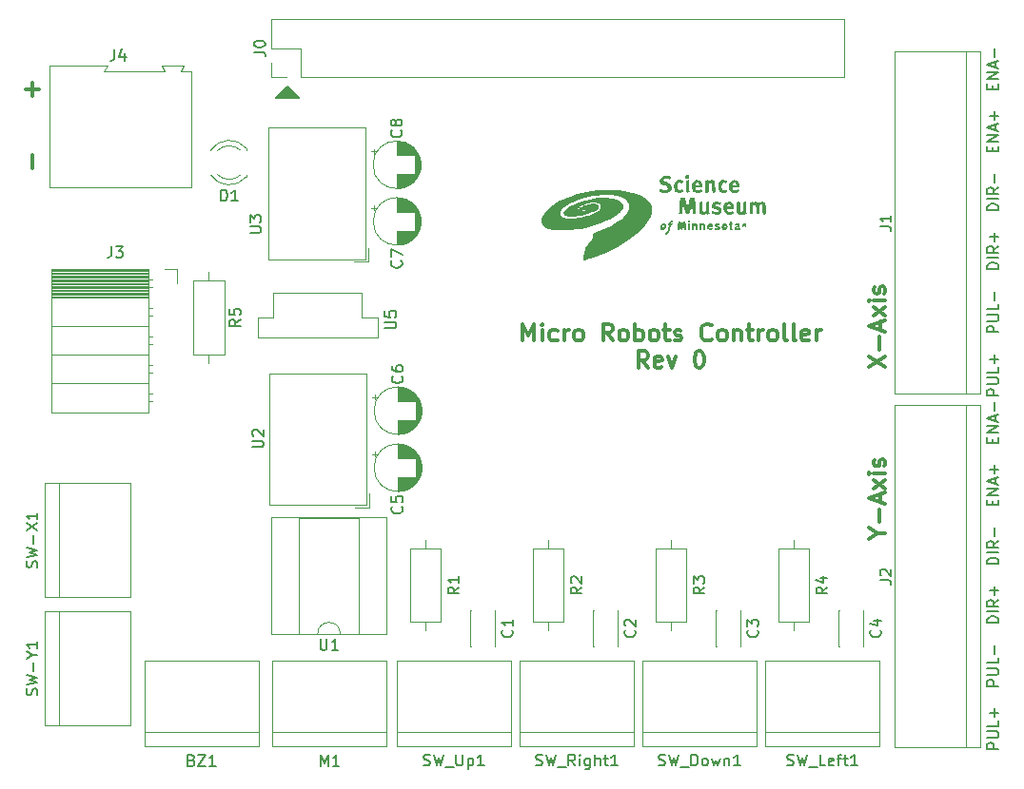
<source format=gto>
%TF.GenerationSoftware,KiCad,Pcbnew,6.0.5*%
%TF.CreationDate,2022-06-15T21:06:14+00:00*%
%TF.ProjectId,MicroBot - connector board,4d696372-6f42-46f7-9420-2d20636f6e6e,rev?*%
%TF.SameCoordinates,Original*%
%TF.FileFunction,Legend,Top*%
%TF.FilePolarity,Positive*%
%FSLAX46Y46*%
G04 Gerber Fmt 4.6, Leading zero omitted, Abs format (unit mm)*
G04 Created by KiCad (PCBNEW 6.0.5) date 2022-06-15 21:06:14*
%MOMM*%
%LPD*%
G01*
G04 APERTURE LIST*
%ADD10C,0.150000*%
%ADD11C,0.300000*%
%ADD12C,0.120000*%
%ADD13C,1.600000*%
%ADD14R,3.000000X3.000000*%
%ADD15C,3.000000*%
%ADD16R,1.700000X1.700000*%
%ADD17O,1.700000X1.700000*%
%ADD18R,3.960000X1.980000*%
%ADD19O,3.960000X1.980000*%
%ADD20C,2.500000*%
%ADD21R,1.800000X1.800000*%
%ADD22C,1.800000*%
%ADD23O,1.600000X1.600000*%
%ADD24R,1.200000X1.200000*%
%ADD25C,1.200000*%
%ADD26R,2.300000X1.500000*%
%ADD27O,2.300000X1.500000*%
%ADD28R,1.600000X1.600000*%
G04 APERTURE END LIST*
D10*
G36*
X122100000Y-73600000D02*
G01*
X120100000Y-73600000D01*
X121100000Y-72600000D01*
X122100000Y-73600000D01*
G37*
X122100000Y-73600000D02*
X120100000Y-73600000D01*
X121100000Y-72600000D01*
X122100000Y-73600000D01*
D11*
X172778571Y-97642857D02*
X174278571Y-96642857D01*
X172778571Y-96642857D02*
X174278571Y-97642857D01*
X173707142Y-96071428D02*
X173707142Y-94928571D01*
X173850000Y-94285714D02*
X173850000Y-93571428D01*
X174278571Y-94428571D02*
X172778571Y-93928571D01*
X174278571Y-93428571D01*
X174278571Y-93071428D02*
X173278571Y-92285714D01*
X173278571Y-93071428D02*
X174278571Y-92285714D01*
X174278571Y-91714285D02*
X173278571Y-91714285D01*
X172778571Y-91714285D02*
X172850000Y-91785714D01*
X172921428Y-91714285D01*
X172850000Y-91642857D01*
X172778571Y-91714285D01*
X172921428Y-91714285D01*
X174207142Y-91071428D02*
X174278571Y-90928571D01*
X174278571Y-90642857D01*
X174207142Y-90500000D01*
X174064285Y-90428571D01*
X173992857Y-90428571D01*
X173850000Y-90500000D01*
X173778571Y-90642857D01*
X173778571Y-90857142D01*
X173707142Y-91000000D01*
X173564285Y-91071428D01*
X173492857Y-91071428D01*
X173350000Y-91000000D01*
X173278571Y-90857142D01*
X173278571Y-90642857D01*
X173350000Y-90500000D01*
X173564285Y-112442857D02*
X174278571Y-112442857D01*
X172778571Y-112942857D02*
X173564285Y-112442857D01*
X172778571Y-111942857D01*
X173707142Y-111442857D02*
X173707142Y-110300000D01*
X173850000Y-109657142D02*
X173850000Y-108942857D01*
X174278571Y-109800000D02*
X172778571Y-109300000D01*
X174278571Y-108800000D01*
X174278571Y-108442857D02*
X173278571Y-107657142D01*
X173278571Y-108442857D02*
X174278571Y-107657142D01*
X174278571Y-107085714D02*
X173278571Y-107085714D01*
X172778571Y-107085714D02*
X172850000Y-107157142D01*
X172921428Y-107085714D01*
X172850000Y-107014285D01*
X172778571Y-107085714D01*
X172921428Y-107085714D01*
X174207142Y-106442857D02*
X174278571Y-106300000D01*
X174278571Y-106014285D01*
X174207142Y-105871428D01*
X174064285Y-105800000D01*
X173992857Y-105800000D01*
X173850000Y-105871428D01*
X173778571Y-106014285D01*
X173778571Y-106228571D01*
X173707142Y-106371428D01*
X173564285Y-106442857D01*
X173492857Y-106442857D01*
X173350000Y-106371428D01*
X173278571Y-106228571D01*
X173278571Y-106014285D01*
X173350000Y-105871428D01*
D10*
X184352380Y-100128571D02*
X183352380Y-100128571D01*
X183352380Y-99747619D01*
X183400000Y-99652380D01*
X183447619Y-99604761D01*
X183542857Y-99557142D01*
X183685714Y-99557142D01*
X183780952Y-99604761D01*
X183828571Y-99652380D01*
X183876190Y-99747619D01*
X183876190Y-100128571D01*
X183352380Y-99128571D02*
X184161904Y-99128571D01*
X184257142Y-99080952D01*
X184304761Y-99033333D01*
X184352380Y-98938095D01*
X184352380Y-98747619D01*
X184304761Y-98652380D01*
X184257142Y-98604761D01*
X184161904Y-98557142D01*
X183352380Y-98557142D01*
X184352380Y-97604761D02*
X184352380Y-98080952D01*
X183352380Y-98080952D01*
X183971428Y-97271428D02*
X183971428Y-96509523D01*
X184352380Y-96890476D02*
X183590476Y-96890476D01*
X184352380Y-94509523D02*
X183352380Y-94509523D01*
X183352380Y-94128571D01*
X183400000Y-94033333D01*
X183447619Y-93985714D01*
X183542857Y-93938095D01*
X183685714Y-93938095D01*
X183780952Y-93985714D01*
X183828571Y-94033333D01*
X183876190Y-94128571D01*
X183876190Y-94509523D01*
X183352380Y-93509523D02*
X184161904Y-93509523D01*
X184257142Y-93461904D01*
X184304761Y-93414285D01*
X184352380Y-93319047D01*
X184352380Y-93128571D01*
X184304761Y-93033333D01*
X184257142Y-92985714D01*
X184161904Y-92938095D01*
X183352380Y-92938095D01*
X184352380Y-91985714D02*
X184352380Y-92461904D01*
X183352380Y-92461904D01*
X183971428Y-91652380D02*
X183971428Y-90890476D01*
X184352380Y-88890476D02*
X183352380Y-88890476D01*
X183352380Y-88652380D01*
X183400000Y-88509523D01*
X183495238Y-88414285D01*
X183590476Y-88366666D01*
X183780952Y-88319047D01*
X183923809Y-88319047D01*
X184114285Y-88366666D01*
X184209523Y-88414285D01*
X184304761Y-88509523D01*
X184352380Y-88652380D01*
X184352380Y-88890476D01*
X184352380Y-87890476D02*
X183352380Y-87890476D01*
X184352380Y-86842857D02*
X183876190Y-87176190D01*
X184352380Y-87414285D02*
X183352380Y-87414285D01*
X183352380Y-87033333D01*
X183400000Y-86938095D01*
X183447619Y-86890476D01*
X183542857Y-86842857D01*
X183685714Y-86842857D01*
X183780952Y-86890476D01*
X183828571Y-86938095D01*
X183876190Y-87033333D01*
X183876190Y-87414285D01*
X183971428Y-86414285D02*
X183971428Y-85652380D01*
X184352380Y-86033333D02*
X183590476Y-86033333D01*
X184352380Y-83652380D02*
X183352380Y-83652380D01*
X183352380Y-83414285D01*
X183400000Y-83271428D01*
X183495238Y-83176190D01*
X183590476Y-83128571D01*
X183780952Y-83080952D01*
X183923809Y-83080952D01*
X184114285Y-83128571D01*
X184209523Y-83176190D01*
X184304761Y-83271428D01*
X184352380Y-83414285D01*
X184352380Y-83652380D01*
X184352380Y-82652380D02*
X183352380Y-82652380D01*
X184352380Y-81604761D02*
X183876190Y-81938095D01*
X184352380Y-82176190D02*
X183352380Y-82176190D01*
X183352380Y-81795238D01*
X183400000Y-81700000D01*
X183447619Y-81652380D01*
X183542857Y-81604761D01*
X183685714Y-81604761D01*
X183780952Y-81652380D01*
X183828571Y-81700000D01*
X183876190Y-81795238D01*
X183876190Y-82176190D01*
X183971428Y-81176190D02*
X183971428Y-80414285D01*
X183828571Y-78414285D02*
X183828571Y-78080952D01*
X184352380Y-77938095D02*
X184352380Y-78414285D01*
X183352380Y-78414285D01*
X183352380Y-77938095D01*
X184352380Y-77509523D02*
X183352380Y-77509523D01*
X184352380Y-76938095D01*
X183352380Y-76938095D01*
X184066666Y-76509523D02*
X184066666Y-76033333D01*
X184352380Y-76604761D02*
X183352380Y-76271428D01*
X184352380Y-75938095D01*
X183971428Y-75604761D02*
X183971428Y-74842857D01*
X184352380Y-75223809D02*
X183590476Y-75223809D01*
X183828571Y-72842857D02*
X183828571Y-72509523D01*
X184352380Y-72366666D02*
X184352380Y-72842857D01*
X183352380Y-72842857D01*
X183352380Y-72366666D01*
X184352380Y-71938095D02*
X183352380Y-71938095D01*
X184352380Y-71366666D01*
X183352380Y-71366666D01*
X184066666Y-70938095D02*
X184066666Y-70461904D01*
X184352380Y-71033333D02*
X183352380Y-70700000D01*
X184352380Y-70366666D01*
X183971428Y-70033333D02*
X183971428Y-69271428D01*
X184352380Y-131628571D02*
X183352380Y-131628571D01*
X183352380Y-131247619D01*
X183400000Y-131152380D01*
X183447619Y-131104761D01*
X183542857Y-131057142D01*
X183685714Y-131057142D01*
X183780952Y-131104761D01*
X183828571Y-131152380D01*
X183876190Y-131247619D01*
X183876190Y-131628571D01*
X183352380Y-130628571D02*
X184161904Y-130628571D01*
X184257142Y-130580952D01*
X184304761Y-130533333D01*
X184352380Y-130438095D01*
X184352380Y-130247619D01*
X184304761Y-130152380D01*
X184257142Y-130104761D01*
X184161904Y-130057142D01*
X183352380Y-130057142D01*
X184352380Y-129104761D02*
X184352380Y-129580952D01*
X183352380Y-129580952D01*
X183971428Y-128771428D02*
X183971428Y-128009523D01*
X184352380Y-128390476D02*
X183590476Y-128390476D01*
X184352380Y-126009523D02*
X183352380Y-126009523D01*
X183352380Y-125628571D01*
X183400000Y-125533333D01*
X183447619Y-125485714D01*
X183542857Y-125438095D01*
X183685714Y-125438095D01*
X183780952Y-125485714D01*
X183828571Y-125533333D01*
X183876190Y-125628571D01*
X183876190Y-126009523D01*
X183352380Y-125009523D02*
X184161904Y-125009523D01*
X184257142Y-124961904D01*
X184304761Y-124914285D01*
X184352380Y-124819047D01*
X184352380Y-124628571D01*
X184304761Y-124533333D01*
X184257142Y-124485714D01*
X184161904Y-124438095D01*
X183352380Y-124438095D01*
X184352380Y-123485714D02*
X184352380Y-123961904D01*
X183352380Y-123961904D01*
X183971428Y-123152380D02*
X183971428Y-122390476D01*
X184352380Y-120390476D02*
X183352380Y-120390476D01*
X183352380Y-120152380D01*
X183400000Y-120009523D01*
X183495238Y-119914285D01*
X183590476Y-119866666D01*
X183780952Y-119819047D01*
X183923809Y-119819047D01*
X184114285Y-119866666D01*
X184209523Y-119914285D01*
X184304761Y-120009523D01*
X184352380Y-120152380D01*
X184352380Y-120390476D01*
X184352380Y-119390476D02*
X183352380Y-119390476D01*
X184352380Y-118342857D02*
X183876190Y-118676190D01*
X184352380Y-118914285D02*
X183352380Y-118914285D01*
X183352380Y-118533333D01*
X183400000Y-118438095D01*
X183447619Y-118390476D01*
X183542857Y-118342857D01*
X183685714Y-118342857D01*
X183780952Y-118390476D01*
X183828571Y-118438095D01*
X183876190Y-118533333D01*
X183876190Y-118914285D01*
X183971428Y-117914285D02*
X183971428Y-117152380D01*
X184352380Y-117533333D02*
X183590476Y-117533333D01*
X184352380Y-115152380D02*
X183352380Y-115152380D01*
X183352380Y-114914285D01*
X183400000Y-114771428D01*
X183495238Y-114676190D01*
X183590476Y-114628571D01*
X183780952Y-114580952D01*
X183923809Y-114580952D01*
X184114285Y-114628571D01*
X184209523Y-114676190D01*
X184304761Y-114771428D01*
X184352380Y-114914285D01*
X184352380Y-115152380D01*
X184352380Y-114152380D02*
X183352380Y-114152380D01*
X184352380Y-113104761D02*
X183876190Y-113438095D01*
X184352380Y-113676190D02*
X183352380Y-113676190D01*
X183352380Y-113295238D01*
X183400000Y-113200000D01*
X183447619Y-113152380D01*
X183542857Y-113104761D01*
X183685714Y-113104761D01*
X183780952Y-113152380D01*
X183828571Y-113200000D01*
X183876190Y-113295238D01*
X183876190Y-113676190D01*
X183971428Y-112676190D02*
X183971428Y-111914285D01*
X183828571Y-109914285D02*
X183828571Y-109580952D01*
X184352380Y-109438095D02*
X184352380Y-109914285D01*
X183352380Y-109914285D01*
X183352380Y-109438095D01*
X184352380Y-109009523D02*
X183352380Y-109009523D01*
X184352380Y-108438095D01*
X183352380Y-108438095D01*
X184066666Y-108009523D02*
X184066666Y-107533333D01*
X184352380Y-108104761D02*
X183352380Y-107771428D01*
X184352380Y-107438095D01*
X183971428Y-107104761D02*
X183971428Y-106342857D01*
X184352380Y-106723809D02*
X183590476Y-106723809D01*
X183828571Y-104342857D02*
X183828571Y-104009523D01*
X184352380Y-103866666D02*
X184352380Y-104342857D01*
X183352380Y-104342857D01*
X183352380Y-103866666D01*
X184352380Y-103438095D02*
X183352380Y-103438095D01*
X184352380Y-102866666D01*
X183352380Y-102866666D01*
X184066666Y-102438095D02*
X184066666Y-101961904D01*
X184352380Y-102533333D02*
X183352380Y-102200000D01*
X184352380Y-101866666D01*
X183971428Y-101533333D02*
X183971428Y-100771428D01*
D11*
X98407142Y-79885714D02*
X98407142Y-78742857D01*
X98407142Y-73457142D02*
X98407142Y-72314285D01*
X98978571Y-72885714D02*
X97835714Y-72885714D01*
X142021428Y-95271071D02*
X142021428Y-93771071D01*
X142521428Y-94842500D01*
X143021428Y-93771071D01*
X143021428Y-95271071D01*
X143735714Y-95271071D02*
X143735714Y-94271071D01*
X143735714Y-93771071D02*
X143664285Y-93842500D01*
X143735714Y-93913928D01*
X143807142Y-93842500D01*
X143735714Y-93771071D01*
X143735714Y-93913928D01*
X145092857Y-95199642D02*
X144950000Y-95271071D01*
X144664285Y-95271071D01*
X144521428Y-95199642D01*
X144450000Y-95128214D01*
X144378571Y-94985357D01*
X144378571Y-94556785D01*
X144450000Y-94413928D01*
X144521428Y-94342500D01*
X144664285Y-94271071D01*
X144950000Y-94271071D01*
X145092857Y-94342500D01*
X145735714Y-95271071D02*
X145735714Y-94271071D01*
X145735714Y-94556785D02*
X145807142Y-94413928D01*
X145878571Y-94342500D01*
X146021428Y-94271071D01*
X146164285Y-94271071D01*
X146878571Y-95271071D02*
X146735714Y-95199642D01*
X146664285Y-95128214D01*
X146592857Y-94985357D01*
X146592857Y-94556785D01*
X146664285Y-94413928D01*
X146735714Y-94342500D01*
X146878571Y-94271071D01*
X147092857Y-94271071D01*
X147235714Y-94342500D01*
X147307142Y-94413928D01*
X147378571Y-94556785D01*
X147378571Y-94985357D01*
X147307142Y-95128214D01*
X147235714Y-95199642D01*
X147092857Y-95271071D01*
X146878571Y-95271071D01*
X150021428Y-95271071D02*
X149521428Y-94556785D01*
X149164285Y-95271071D02*
X149164285Y-93771071D01*
X149735714Y-93771071D01*
X149878571Y-93842500D01*
X149950000Y-93913928D01*
X150021428Y-94056785D01*
X150021428Y-94271071D01*
X149950000Y-94413928D01*
X149878571Y-94485357D01*
X149735714Y-94556785D01*
X149164285Y-94556785D01*
X150878571Y-95271071D02*
X150735714Y-95199642D01*
X150664285Y-95128214D01*
X150592857Y-94985357D01*
X150592857Y-94556785D01*
X150664285Y-94413928D01*
X150735714Y-94342500D01*
X150878571Y-94271071D01*
X151092857Y-94271071D01*
X151235714Y-94342500D01*
X151307142Y-94413928D01*
X151378571Y-94556785D01*
X151378571Y-94985357D01*
X151307142Y-95128214D01*
X151235714Y-95199642D01*
X151092857Y-95271071D01*
X150878571Y-95271071D01*
X152021428Y-95271071D02*
X152021428Y-93771071D01*
X152021428Y-94342500D02*
X152164285Y-94271071D01*
X152450000Y-94271071D01*
X152592857Y-94342500D01*
X152664285Y-94413928D01*
X152735714Y-94556785D01*
X152735714Y-94985357D01*
X152664285Y-95128214D01*
X152592857Y-95199642D01*
X152450000Y-95271071D01*
X152164285Y-95271071D01*
X152021428Y-95199642D01*
X153592857Y-95271071D02*
X153450000Y-95199642D01*
X153378571Y-95128214D01*
X153307142Y-94985357D01*
X153307142Y-94556785D01*
X153378571Y-94413928D01*
X153450000Y-94342500D01*
X153592857Y-94271071D01*
X153807142Y-94271071D01*
X153950000Y-94342500D01*
X154021428Y-94413928D01*
X154092857Y-94556785D01*
X154092857Y-94985357D01*
X154021428Y-95128214D01*
X153950000Y-95199642D01*
X153807142Y-95271071D01*
X153592857Y-95271071D01*
X154521428Y-94271071D02*
X155092857Y-94271071D01*
X154735714Y-93771071D02*
X154735714Y-95056785D01*
X154807142Y-95199642D01*
X154949999Y-95271071D01*
X155092857Y-95271071D01*
X155521428Y-95199642D02*
X155664285Y-95271071D01*
X155949999Y-95271071D01*
X156092857Y-95199642D01*
X156164285Y-95056785D01*
X156164285Y-94985357D01*
X156092857Y-94842500D01*
X155949999Y-94771071D01*
X155735714Y-94771071D01*
X155592857Y-94699642D01*
X155521428Y-94556785D01*
X155521428Y-94485357D01*
X155592857Y-94342500D01*
X155735714Y-94271071D01*
X155949999Y-94271071D01*
X156092857Y-94342500D01*
X158807142Y-95128214D02*
X158735714Y-95199642D01*
X158521428Y-95271071D01*
X158378571Y-95271071D01*
X158164285Y-95199642D01*
X158021428Y-95056785D01*
X157949999Y-94913928D01*
X157878571Y-94628214D01*
X157878571Y-94413928D01*
X157949999Y-94128214D01*
X158021428Y-93985357D01*
X158164285Y-93842500D01*
X158378571Y-93771071D01*
X158521428Y-93771071D01*
X158735714Y-93842500D01*
X158807142Y-93913928D01*
X159664285Y-95271071D02*
X159521428Y-95199642D01*
X159450000Y-95128214D01*
X159378571Y-94985357D01*
X159378571Y-94556785D01*
X159450000Y-94413928D01*
X159521428Y-94342500D01*
X159664285Y-94271071D01*
X159878571Y-94271071D01*
X160021428Y-94342500D01*
X160092857Y-94413928D01*
X160164285Y-94556785D01*
X160164285Y-94985357D01*
X160092857Y-95128214D01*
X160021428Y-95199642D01*
X159878571Y-95271071D01*
X159664285Y-95271071D01*
X160807142Y-94271071D02*
X160807142Y-95271071D01*
X160807142Y-94413928D02*
X160878571Y-94342500D01*
X161021428Y-94271071D01*
X161235714Y-94271071D01*
X161378571Y-94342500D01*
X161450000Y-94485357D01*
X161450000Y-95271071D01*
X161950000Y-94271071D02*
X162521428Y-94271071D01*
X162164285Y-93771071D02*
X162164285Y-95056785D01*
X162235714Y-95199642D01*
X162378571Y-95271071D01*
X162521428Y-95271071D01*
X163021428Y-95271071D02*
X163021428Y-94271071D01*
X163021428Y-94556785D02*
X163092857Y-94413928D01*
X163164285Y-94342500D01*
X163307142Y-94271071D01*
X163450000Y-94271071D01*
X164164285Y-95271071D02*
X164021428Y-95199642D01*
X163950000Y-95128214D01*
X163878571Y-94985357D01*
X163878571Y-94556785D01*
X163950000Y-94413928D01*
X164021428Y-94342500D01*
X164164285Y-94271071D01*
X164378571Y-94271071D01*
X164521428Y-94342500D01*
X164592857Y-94413928D01*
X164664285Y-94556785D01*
X164664285Y-94985357D01*
X164592857Y-95128214D01*
X164521428Y-95199642D01*
X164378571Y-95271071D01*
X164164285Y-95271071D01*
X165521428Y-95271071D02*
X165378571Y-95199642D01*
X165307142Y-95056785D01*
X165307142Y-93771071D01*
X166307142Y-95271071D02*
X166164285Y-95199642D01*
X166092857Y-95056785D01*
X166092857Y-93771071D01*
X167450000Y-95199642D02*
X167307142Y-95271071D01*
X167021428Y-95271071D01*
X166878571Y-95199642D01*
X166807142Y-95056785D01*
X166807142Y-94485357D01*
X166878571Y-94342500D01*
X167021428Y-94271071D01*
X167307142Y-94271071D01*
X167450000Y-94342500D01*
X167521428Y-94485357D01*
X167521428Y-94628214D01*
X166807142Y-94771071D01*
X168164285Y-95271071D02*
X168164285Y-94271071D01*
X168164285Y-94556785D02*
X168235714Y-94413928D01*
X168307142Y-94342500D01*
X168450000Y-94271071D01*
X168592857Y-94271071D01*
X153164285Y-97686071D02*
X152664285Y-96971785D01*
X152307142Y-97686071D02*
X152307142Y-96186071D01*
X152878571Y-96186071D01*
X153021428Y-96257500D01*
X153092857Y-96328928D01*
X153164285Y-96471785D01*
X153164285Y-96686071D01*
X153092857Y-96828928D01*
X153021428Y-96900357D01*
X152878571Y-96971785D01*
X152307142Y-96971785D01*
X154378571Y-97614642D02*
X154235714Y-97686071D01*
X153950000Y-97686071D01*
X153807142Y-97614642D01*
X153735714Y-97471785D01*
X153735714Y-96900357D01*
X153807142Y-96757500D01*
X153950000Y-96686071D01*
X154235714Y-96686071D01*
X154378571Y-96757500D01*
X154450000Y-96900357D01*
X154450000Y-97043214D01*
X153735714Y-97186071D01*
X154950000Y-96686071D02*
X155307142Y-97686071D01*
X155664285Y-96686071D01*
X157664285Y-96186071D02*
X157807142Y-96186071D01*
X157950000Y-96257500D01*
X158021428Y-96328928D01*
X158092857Y-96471785D01*
X158164285Y-96757500D01*
X158164285Y-97114642D01*
X158092857Y-97400357D01*
X158021428Y-97543214D01*
X157950000Y-97614642D01*
X157807142Y-97686071D01*
X157664285Y-97686071D01*
X157521428Y-97614642D01*
X157450000Y-97543214D01*
X157378571Y-97400357D01*
X157307142Y-97114642D01*
X157307142Y-96757500D01*
X157378571Y-96471785D01*
X157450000Y-96328928D01*
X157521428Y-96257500D01*
X157664285Y-96186071D01*
D10*
X141055631Y-121045655D02*
X141103250Y-121093274D01*
X141150869Y-121236131D01*
X141150869Y-121331369D01*
X141103250Y-121474227D01*
X141008012Y-121569465D01*
X140912774Y-121617084D01*
X140722298Y-121664703D01*
X140579441Y-121664703D01*
X140388965Y-121617084D01*
X140293727Y-121569465D01*
X140198489Y-121474227D01*
X140150869Y-121331369D01*
X140150869Y-121236131D01*
X140198489Y-121093274D01*
X140246108Y-121045655D01*
X141150869Y-120093274D02*
X141150869Y-120664703D01*
X141150869Y-120378989D02*
X140150869Y-120378989D01*
X140293727Y-120474227D01*
X140388965Y-120569465D01*
X140436584Y-120664703D01*
X133194012Y-133062750D02*
X133336869Y-133110369D01*
X133574965Y-133110369D01*
X133670203Y-133062750D01*
X133717822Y-133015131D01*
X133765441Y-132919893D01*
X133765441Y-132824655D01*
X133717822Y-132729417D01*
X133670203Y-132681798D01*
X133574965Y-132634179D01*
X133384489Y-132586560D01*
X133289250Y-132538941D01*
X133241631Y-132491322D01*
X133194012Y-132396084D01*
X133194012Y-132300846D01*
X133241631Y-132205608D01*
X133289250Y-132157989D01*
X133384489Y-132110369D01*
X133622584Y-132110369D01*
X133765441Y-132157989D01*
X134098774Y-132110369D02*
X134336869Y-133110369D01*
X134527346Y-132396084D01*
X134717822Y-133110369D01*
X134955917Y-132110369D01*
X135098774Y-133205608D02*
X135860679Y-133205608D01*
X136098774Y-132110369D02*
X136098774Y-132919893D01*
X136146393Y-133015131D01*
X136194012Y-133062750D01*
X136289250Y-133110369D01*
X136479727Y-133110369D01*
X136574965Y-133062750D01*
X136622584Y-133015131D01*
X136670203Y-132919893D01*
X136670203Y-132110369D01*
X137146393Y-132443703D02*
X137146393Y-133443703D01*
X137146393Y-132491322D02*
X137241631Y-132443703D01*
X137432108Y-132443703D01*
X137527346Y-132491322D01*
X137574965Y-132538941D01*
X137622584Y-132634179D01*
X137622584Y-132919893D01*
X137574965Y-133015131D01*
X137527346Y-133062750D01*
X137432108Y-133110369D01*
X137241631Y-133110369D01*
X137146393Y-133062750D01*
X138574965Y-133110369D02*
X138003536Y-133110369D01*
X138289250Y-133110369D02*
X138289250Y-132110369D01*
X138194012Y-132253227D01*
X138098774Y-132348465D01*
X138003536Y-132396084D01*
X118113369Y-69548333D02*
X118827655Y-69548333D01*
X118970512Y-69595952D01*
X119065750Y-69691190D01*
X119113369Y-69834047D01*
X119113369Y-69929285D01*
X118113369Y-68881666D02*
X118113369Y-68786428D01*
X118160989Y-68691190D01*
X118208608Y-68643571D01*
X118303846Y-68595952D01*
X118494322Y-68548333D01*
X118732417Y-68548333D01*
X118922893Y-68595952D01*
X119018131Y-68643571D01*
X119065750Y-68691190D01*
X119113369Y-68786428D01*
X119113369Y-68881666D01*
X119065750Y-68976904D01*
X119018131Y-69024523D01*
X118922893Y-69072142D01*
X118732417Y-69119761D01*
X118494322Y-69119761D01*
X118303846Y-69072142D01*
X118208608Y-69024523D01*
X118160989Y-68976904D01*
X118113369Y-68881666D01*
X105711666Y-69302380D02*
X105711666Y-70016666D01*
X105664047Y-70159523D01*
X105568809Y-70254761D01*
X105425952Y-70302380D01*
X105330714Y-70302380D01*
X106616428Y-69635714D02*
X106616428Y-70302380D01*
X106378333Y-69254761D02*
X106140238Y-69969047D01*
X106759285Y-69969047D01*
X115166904Y-82812380D02*
X115166904Y-81812380D01*
X115405000Y-81812380D01*
X115547857Y-81860000D01*
X115643095Y-81955238D01*
X115690714Y-82050476D01*
X115738333Y-82240952D01*
X115738333Y-82383809D01*
X115690714Y-82574285D01*
X115643095Y-82669523D01*
X115547857Y-82764761D01*
X115405000Y-82812380D01*
X115166904Y-82812380D01*
X116690714Y-82812380D02*
X116119285Y-82812380D01*
X116405000Y-82812380D02*
X116405000Y-81812380D01*
X116309761Y-81955238D01*
X116214523Y-82050476D01*
X116119285Y-82098095D01*
X98804761Y-126820952D02*
X98852380Y-126678095D01*
X98852380Y-126440000D01*
X98804761Y-126344761D01*
X98757142Y-126297142D01*
X98661904Y-126249523D01*
X98566666Y-126249523D01*
X98471428Y-126297142D01*
X98423809Y-126344761D01*
X98376190Y-126440000D01*
X98328571Y-126630476D01*
X98280952Y-126725714D01*
X98233333Y-126773333D01*
X98138095Y-126820952D01*
X98042857Y-126820952D01*
X97947619Y-126773333D01*
X97900000Y-126725714D01*
X97852380Y-126630476D01*
X97852380Y-126392380D01*
X97900000Y-126249523D01*
X97852380Y-125916190D02*
X98852380Y-125678095D01*
X98138095Y-125487619D01*
X98852380Y-125297142D01*
X97852380Y-125059047D01*
X98471428Y-124678095D02*
X98471428Y-123916190D01*
X98376190Y-123249523D02*
X98852380Y-123249523D01*
X97852380Y-123582857D02*
X98376190Y-123249523D01*
X97852380Y-122916190D01*
X98852380Y-122059047D02*
X98852380Y-122630476D01*
X98852380Y-122344761D02*
X97852380Y-122344761D01*
X97995238Y-122440000D01*
X98090476Y-122535238D01*
X98138095Y-122630476D01*
X173800369Y-85110822D02*
X174514655Y-85110822D01*
X174657512Y-85158441D01*
X174752750Y-85253679D01*
X174800369Y-85396536D01*
X174800369Y-85491774D01*
X174800369Y-84110822D02*
X174800369Y-84682250D01*
X174800369Y-84396536D02*
X173800369Y-84396536D01*
X173943227Y-84491774D01*
X174038465Y-84587012D01*
X174086084Y-84682250D01*
X98804761Y-115468571D02*
X98852380Y-115325714D01*
X98852380Y-115087619D01*
X98804761Y-114992380D01*
X98757142Y-114944761D01*
X98661904Y-114897142D01*
X98566666Y-114897142D01*
X98471428Y-114944761D01*
X98423809Y-114992380D01*
X98376190Y-115087619D01*
X98328571Y-115278095D01*
X98280952Y-115373333D01*
X98233333Y-115420952D01*
X98138095Y-115468571D01*
X98042857Y-115468571D01*
X97947619Y-115420952D01*
X97900000Y-115373333D01*
X97852380Y-115278095D01*
X97852380Y-115040000D01*
X97900000Y-114897142D01*
X97852380Y-114563809D02*
X98852380Y-114325714D01*
X98138095Y-114135238D01*
X98852380Y-113944761D01*
X97852380Y-113706666D01*
X98471428Y-113325714D02*
X98471428Y-112563809D01*
X97852380Y-112182857D02*
X98852380Y-111516190D01*
X97852380Y-111516190D02*
X98852380Y-112182857D01*
X98852380Y-110611428D02*
X98852380Y-111182857D01*
X98852380Y-110897142D02*
X97852380Y-110897142D01*
X97995238Y-110992380D01*
X98090476Y-111087619D01*
X98138095Y-111182857D01*
X129752380Y-94161904D02*
X130561904Y-94161904D01*
X130657142Y-94114285D01*
X130704761Y-94066666D01*
X130752380Y-93971428D01*
X130752380Y-93780952D01*
X130704761Y-93685714D01*
X130657142Y-93638095D01*
X130561904Y-93590476D01*
X129752380Y-93590476D01*
X129752380Y-92638095D02*
X129752380Y-93114285D01*
X130228571Y-93161904D01*
X130180952Y-93114285D01*
X130133333Y-93019047D01*
X130133333Y-92780952D01*
X130180952Y-92685714D01*
X130228571Y-92638095D01*
X130323809Y-92590476D01*
X130561904Y-92590476D01*
X130657142Y-92638095D01*
X130704761Y-92685714D01*
X130752380Y-92780952D01*
X130752380Y-93019047D01*
X130704761Y-93114285D01*
X130657142Y-93161904D01*
X112559047Y-132628571D02*
X112701904Y-132676190D01*
X112749523Y-132723809D01*
X112797142Y-132819047D01*
X112797142Y-132961904D01*
X112749523Y-133057142D01*
X112701904Y-133104761D01*
X112606666Y-133152380D01*
X112225714Y-133152380D01*
X112225714Y-132152380D01*
X112559047Y-132152380D01*
X112654285Y-132200000D01*
X112701904Y-132247619D01*
X112749523Y-132342857D01*
X112749523Y-132438095D01*
X112701904Y-132533333D01*
X112654285Y-132580952D01*
X112559047Y-132628571D01*
X112225714Y-132628571D01*
X113130476Y-132152380D02*
X113797142Y-132152380D01*
X113130476Y-133152380D01*
X113797142Y-133152380D01*
X114701904Y-133152380D02*
X114130476Y-133152380D01*
X114416190Y-133152380D02*
X114416190Y-132152380D01*
X114320952Y-132295238D01*
X114225714Y-132390476D01*
X114130476Y-132438095D01*
X124030476Y-133152380D02*
X124030476Y-132152380D01*
X124363809Y-132866666D01*
X124697142Y-132152380D01*
X124697142Y-133152380D01*
X125697142Y-133152380D02*
X125125714Y-133152380D01*
X125411428Y-133152380D02*
X125411428Y-132152380D01*
X125316190Y-132295238D01*
X125220952Y-132390476D01*
X125125714Y-132438095D01*
X143187631Y-133062750D02*
X143330489Y-133110369D01*
X143568584Y-133110369D01*
X143663822Y-133062750D01*
X143711441Y-133015131D01*
X143759060Y-132919893D01*
X143759060Y-132824655D01*
X143711441Y-132729417D01*
X143663822Y-132681798D01*
X143568584Y-132634179D01*
X143378108Y-132586560D01*
X143282869Y-132538941D01*
X143235250Y-132491322D01*
X143187631Y-132396084D01*
X143187631Y-132300846D01*
X143235250Y-132205608D01*
X143282869Y-132157989D01*
X143378108Y-132110369D01*
X143616203Y-132110369D01*
X143759060Y-132157989D01*
X144092393Y-132110369D02*
X144330489Y-133110369D01*
X144520965Y-132396084D01*
X144711441Y-133110369D01*
X144949536Y-132110369D01*
X145092393Y-133205608D02*
X145854298Y-133205608D01*
X146663822Y-133110369D02*
X146330489Y-132634179D01*
X146092393Y-133110369D02*
X146092393Y-132110369D01*
X146473346Y-132110369D01*
X146568584Y-132157989D01*
X146616203Y-132205608D01*
X146663822Y-132300846D01*
X146663822Y-132443703D01*
X146616203Y-132538941D01*
X146568584Y-132586560D01*
X146473346Y-132634179D01*
X146092393Y-132634179D01*
X147092393Y-133110369D02*
X147092393Y-132443703D01*
X147092393Y-132110369D02*
X147044774Y-132157989D01*
X147092393Y-132205608D01*
X147140012Y-132157989D01*
X147092393Y-132110369D01*
X147092393Y-132205608D01*
X147997155Y-132443703D02*
X147997155Y-133253227D01*
X147949536Y-133348465D01*
X147901917Y-133396084D01*
X147806679Y-133443703D01*
X147663822Y-133443703D01*
X147568584Y-133396084D01*
X147997155Y-133062750D02*
X147901917Y-133110369D01*
X147711441Y-133110369D01*
X147616203Y-133062750D01*
X147568584Y-133015131D01*
X147520965Y-132919893D01*
X147520965Y-132634179D01*
X147568584Y-132538941D01*
X147616203Y-132491322D01*
X147711441Y-132443703D01*
X147901917Y-132443703D01*
X147997155Y-132491322D01*
X148473346Y-133110369D02*
X148473346Y-132110369D01*
X148901917Y-133110369D02*
X148901917Y-132586560D01*
X148854298Y-132491322D01*
X148759060Y-132443703D01*
X148616203Y-132443703D01*
X148520965Y-132491322D01*
X148473346Y-132538941D01*
X149235250Y-132443703D02*
X149616203Y-132443703D01*
X149378108Y-132110369D02*
X149378108Y-132967512D01*
X149425727Y-133062750D01*
X149520965Y-133110369D01*
X149616203Y-133110369D01*
X150473346Y-133110369D02*
X149901917Y-133110369D01*
X150187631Y-133110369D02*
X150187631Y-132110369D01*
X150092393Y-132253227D01*
X149997155Y-132348465D01*
X149901917Y-132396084D01*
X116922380Y-93366666D02*
X116446190Y-93700000D01*
X116922380Y-93938095D02*
X115922380Y-93938095D01*
X115922380Y-93557142D01*
X115970000Y-93461904D01*
X116017619Y-93414285D01*
X116112857Y-93366666D01*
X116255714Y-93366666D01*
X116350952Y-93414285D01*
X116398571Y-93461904D01*
X116446190Y-93557142D01*
X116446190Y-93938095D01*
X115922380Y-92461904D02*
X115922380Y-92938095D01*
X116398571Y-92985714D01*
X116350952Y-92938095D01*
X116303333Y-92842857D01*
X116303333Y-92604761D01*
X116350952Y-92509523D01*
X116398571Y-92461904D01*
X116493809Y-92414285D01*
X116731904Y-92414285D01*
X116827142Y-92461904D01*
X116874761Y-92509523D01*
X116922380Y-92604761D01*
X116922380Y-92842857D01*
X116874761Y-92938095D01*
X116827142Y-92985714D01*
X131249131Y-110040155D02*
X131296750Y-110087774D01*
X131344369Y-110230631D01*
X131344369Y-110325869D01*
X131296750Y-110468727D01*
X131201512Y-110563965D01*
X131106274Y-110611584D01*
X130915798Y-110659203D01*
X130772941Y-110659203D01*
X130582465Y-110611584D01*
X130487227Y-110563965D01*
X130391989Y-110468727D01*
X130344369Y-110325869D01*
X130344369Y-110230631D01*
X130391989Y-110087774D01*
X130439608Y-110040155D01*
X130344369Y-109135393D02*
X130344369Y-109611584D01*
X130820560Y-109659203D01*
X130772941Y-109611584D01*
X130725322Y-109516346D01*
X130725322Y-109278250D01*
X130772941Y-109183012D01*
X130820560Y-109135393D01*
X130915798Y-109087774D01*
X131153893Y-109087774D01*
X131249131Y-109135393D01*
X131296750Y-109183012D01*
X131344369Y-109278250D01*
X131344369Y-109516346D01*
X131296750Y-109611584D01*
X131249131Y-109659203D01*
X136360869Y-117215655D02*
X135884679Y-117548989D01*
X136360869Y-117787084D02*
X135360869Y-117787084D01*
X135360869Y-117406131D01*
X135408489Y-117310893D01*
X135456108Y-117263274D01*
X135551346Y-117215655D01*
X135694203Y-117215655D01*
X135789441Y-117263274D01*
X135837060Y-117310893D01*
X135884679Y-117406131D01*
X135884679Y-117787084D01*
X136360869Y-116263274D02*
X136360869Y-116834703D01*
X136360869Y-116548989D02*
X135360869Y-116548989D01*
X135503727Y-116644227D01*
X135598965Y-116739465D01*
X135646584Y-116834703D01*
X147282869Y-117215655D02*
X146806679Y-117548989D01*
X147282869Y-117787084D02*
X146282869Y-117787084D01*
X146282869Y-117406131D01*
X146330489Y-117310893D01*
X146378108Y-117263274D01*
X146473346Y-117215655D01*
X146616203Y-117215655D01*
X146711441Y-117263274D01*
X146759060Y-117310893D01*
X146806679Y-117406131D01*
X146806679Y-117787084D01*
X146378108Y-116834703D02*
X146330489Y-116787084D01*
X146282869Y-116691846D01*
X146282869Y-116453750D01*
X146330489Y-116358512D01*
X146378108Y-116310893D01*
X146473346Y-116263274D01*
X146568584Y-116263274D01*
X146711441Y-116310893D01*
X147282869Y-116882322D01*
X147282869Y-116263274D01*
X105432655Y-86852380D02*
X105432655Y-87566666D01*
X105385036Y-87709523D01*
X105289798Y-87804761D01*
X105146941Y-87852380D01*
X105051703Y-87852380D01*
X105813608Y-86852380D02*
X106432655Y-86852380D01*
X106099322Y-87233333D01*
X106242179Y-87233333D01*
X106337417Y-87280952D01*
X106385036Y-87328571D01*
X106432655Y-87423809D01*
X106432655Y-87661904D01*
X106385036Y-87757142D01*
X106337417Y-87804761D01*
X106242179Y-87852380D01*
X105956465Y-87852380D01*
X105861227Y-87804761D01*
X105813608Y-87757142D01*
X165555441Y-133062750D02*
X165698298Y-133110369D01*
X165936393Y-133110369D01*
X166031631Y-133062750D01*
X166079250Y-133015131D01*
X166126869Y-132919893D01*
X166126869Y-132824655D01*
X166079250Y-132729417D01*
X166031631Y-132681798D01*
X165936393Y-132634179D01*
X165745917Y-132586560D01*
X165650679Y-132538941D01*
X165603060Y-132491322D01*
X165555441Y-132396084D01*
X165555441Y-132300846D01*
X165603060Y-132205608D01*
X165650679Y-132157989D01*
X165745917Y-132110369D01*
X165984012Y-132110369D01*
X166126869Y-132157989D01*
X166460203Y-132110369D02*
X166698298Y-133110369D01*
X166888774Y-132396084D01*
X167079250Y-133110369D01*
X167317346Y-132110369D01*
X167460203Y-133205608D02*
X168222108Y-133205608D01*
X168936393Y-133110369D02*
X168460203Y-133110369D01*
X168460203Y-132110369D01*
X169650679Y-133062750D02*
X169555441Y-133110369D01*
X169364965Y-133110369D01*
X169269727Y-133062750D01*
X169222108Y-132967512D01*
X169222108Y-132586560D01*
X169269727Y-132491322D01*
X169364965Y-132443703D01*
X169555441Y-132443703D01*
X169650679Y-132491322D01*
X169698298Y-132586560D01*
X169698298Y-132681798D01*
X169222108Y-132777036D01*
X169984012Y-132443703D02*
X170364965Y-132443703D01*
X170126869Y-133110369D02*
X170126869Y-132253227D01*
X170174489Y-132157989D01*
X170269727Y-132110369D01*
X170364965Y-132110369D01*
X170555441Y-132443703D02*
X170936393Y-132443703D01*
X170698298Y-132110369D02*
X170698298Y-132967512D01*
X170745917Y-133062750D01*
X170841155Y-133110369D01*
X170936393Y-133110369D01*
X171793536Y-133110369D02*
X171222108Y-133110369D01*
X171507822Y-133110369D02*
X171507822Y-132110369D01*
X171412584Y-132253227D01*
X171317346Y-132348465D01*
X171222108Y-132396084D01*
X162899631Y-121045655D02*
X162947250Y-121093274D01*
X162994869Y-121236131D01*
X162994869Y-121331369D01*
X162947250Y-121474227D01*
X162852012Y-121569465D01*
X162756774Y-121617084D01*
X162566298Y-121664703D01*
X162423441Y-121664703D01*
X162232965Y-121617084D01*
X162137727Y-121569465D01*
X162042489Y-121474227D01*
X161994869Y-121331369D01*
X161994869Y-121236131D01*
X162042489Y-121093274D01*
X162090108Y-121045655D01*
X161994869Y-120712322D02*
X161994869Y-120093274D01*
X162375822Y-120426608D01*
X162375822Y-120283750D01*
X162423441Y-120188512D01*
X162471060Y-120140893D01*
X162566298Y-120093274D01*
X162804393Y-120093274D01*
X162899631Y-120140893D01*
X162947250Y-120188512D01*
X162994869Y-120283750D01*
X162994869Y-120569465D01*
X162947250Y-120664703D01*
X162899631Y-120712322D01*
X151977631Y-121045655D02*
X152025250Y-121093274D01*
X152072869Y-121236131D01*
X152072869Y-121331369D01*
X152025250Y-121474227D01*
X151930012Y-121569465D01*
X151834774Y-121617084D01*
X151644298Y-121664703D01*
X151501441Y-121664703D01*
X151310965Y-121617084D01*
X151215727Y-121569465D01*
X151120489Y-121474227D01*
X151072869Y-121331369D01*
X151072869Y-121236131D01*
X151120489Y-121093274D01*
X151168108Y-121045655D01*
X151168108Y-120664703D02*
X151120489Y-120617084D01*
X151072869Y-120521846D01*
X151072869Y-120283750D01*
X151120489Y-120188512D01*
X151168108Y-120140893D01*
X151263346Y-120093274D01*
X151358584Y-120093274D01*
X151501441Y-120140893D01*
X152072869Y-120712322D01*
X152072869Y-120093274D01*
X173821631Y-121045655D02*
X173869250Y-121093274D01*
X173916869Y-121236131D01*
X173916869Y-121331369D01*
X173869250Y-121474227D01*
X173774012Y-121569465D01*
X173678774Y-121617084D01*
X173488298Y-121664703D01*
X173345441Y-121664703D01*
X173154965Y-121617084D01*
X173059727Y-121569465D01*
X172964489Y-121474227D01*
X172916869Y-121331369D01*
X172916869Y-121236131D01*
X172964489Y-121093274D01*
X173012108Y-121045655D01*
X173250203Y-120188512D02*
X173916869Y-120188512D01*
X172869250Y-120426608D02*
X173583536Y-120664703D01*
X173583536Y-120045655D01*
X169126869Y-117215655D02*
X168650679Y-117548989D01*
X169126869Y-117787084D02*
X168126869Y-117787084D01*
X168126869Y-117406131D01*
X168174489Y-117310893D01*
X168222108Y-117263274D01*
X168317346Y-117215655D01*
X168460203Y-117215655D01*
X168555441Y-117263274D01*
X168603060Y-117310893D01*
X168650679Y-117406131D01*
X168650679Y-117787084D01*
X168460203Y-116358512D02*
X169126869Y-116358512D01*
X168079250Y-116596608D02*
X168793536Y-116834703D01*
X168793536Y-116215655D01*
X158204869Y-117215655D02*
X157728679Y-117548989D01*
X158204869Y-117787084D02*
X157204869Y-117787084D01*
X157204869Y-117406131D01*
X157252489Y-117310893D01*
X157300108Y-117263274D01*
X157395346Y-117215655D01*
X157538203Y-117215655D01*
X157633441Y-117263274D01*
X157681060Y-117310893D01*
X157728679Y-117406131D01*
X157728679Y-117787084D01*
X157204869Y-116882322D02*
X157204869Y-116263274D01*
X157585822Y-116596608D01*
X157585822Y-116453750D01*
X157633441Y-116358512D01*
X157681060Y-116310893D01*
X157776298Y-116263274D01*
X158014393Y-116263274D01*
X158109631Y-116310893D01*
X158157250Y-116358512D01*
X158204869Y-116453750D01*
X158204869Y-116739465D01*
X158157250Y-116834703D01*
X158109631Y-116882322D01*
X117958369Y-104753992D02*
X118767893Y-104753992D01*
X118863131Y-104706373D01*
X118910750Y-104658754D01*
X118958369Y-104563516D01*
X118958369Y-104373040D01*
X118910750Y-104277802D01*
X118863131Y-104230183D01*
X118767893Y-104182564D01*
X117958369Y-104182564D01*
X118053608Y-103753992D02*
X118005989Y-103706373D01*
X117958369Y-103611135D01*
X117958369Y-103373040D01*
X118005989Y-103277802D01*
X118053608Y-103230183D01*
X118148846Y-103182564D01*
X118244084Y-103182564D01*
X118386941Y-103230183D01*
X118958369Y-103801611D01*
X118958369Y-103182564D01*
X131276532Y-98408155D02*
X131324151Y-98455774D01*
X131371770Y-98598631D01*
X131371770Y-98693869D01*
X131324151Y-98836727D01*
X131228913Y-98931965D01*
X131133675Y-98979584D01*
X130943199Y-99027203D01*
X130800342Y-99027203D01*
X130609866Y-98979584D01*
X130514628Y-98931965D01*
X130419390Y-98836727D01*
X130371770Y-98693869D01*
X130371770Y-98598631D01*
X130419390Y-98455774D01*
X130467009Y-98408155D01*
X130371770Y-97551012D02*
X130371770Y-97741489D01*
X130419390Y-97836727D01*
X130467009Y-97884346D01*
X130609866Y-97979584D01*
X130800342Y-98027203D01*
X131181294Y-98027203D01*
X131276532Y-97979584D01*
X131324151Y-97931965D01*
X131371770Y-97836727D01*
X131371770Y-97646250D01*
X131324151Y-97551012D01*
X131276532Y-97503393D01*
X131181294Y-97455774D01*
X130943199Y-97455774D01*
X130847961Y-97503393D01*
X130800342Y-97551012D01*
X130752723Y-97646250D01*
X130752723Y-97836727D01*
X130800342Y-97931965D01*
X130847961Y-97979584D01*
X130943199Y-98027203D01*
X124024084Y-121805869D02*
X124024084Y-122615393D01*
X124071703Y-122710631D01*
X124119322Y-122758250D01*
X124214560Y-122805869D01*
X124405036Y-122805869D01*
X124500274Y-122758250D01*
X124547893Y-122710631D01*
X124595512Y-122615393D01*
X124595512Y-121805869D01*
X125595512Y-122805869D02*
X125024084Y-122805869D01*
X125309798Y-122805869D02*
X125309798Y-121805869D01*
X125214560Y-121948727D01*
X125119322Y-122043965D01*
X125024084Y-122091584D01*
X117752380Y-85661904D02*
X118561904Y-85661904D01*
X118657142Y-85614285D01*
X118704761Y-85566666D01*
X118752380Y-85471428D01*
X118752380Y-85280952D01*
X118704761Y-85185714D01*
X118657142Y-85138095D01*
X118561904Y-85090476D01*
X117752380Y-85090476D01*
X117752380Y-84709523D02*
X117752380Y-84090476D01*
X118133333Y-84423809D01*
X118133333Y-84280952D01*
X118180952Y-84185714D01*
X118228571Y-84138095D01*
X118323809Y-84090476D01*
X118561904Y-84090476D01*
X118657142Y-84138095D01*
X118704761Y-84185714D01*
X118752380Y-84280952D01*
X118752380Y-84566666D01*
X118704761Y-84661904D01*
X118657142Y-84709523D01*
X131182631Y-76510556D02*
X131230250Y-76558175D01*
X131277869Y-76701032D01*
X131277869Y-76796270D01*
X131230250Y-76939128D01*
X131135012Y-77034366D01*
X131039774Y-77081985D01*
X130849298Y-77129604D01*
X130706441Y-77129604D01*
X130515965Y-77081985D01*
X130420727Y-77034366D01*
X130325489Y-76939128D01*
X130277869Y-76796270D01*
X130277869Y-76701032D01*
X130325489Y-76558175D01*
X130373108Y-76510556D01*
X130706441Y-75939128D02*
X130658822Y-76034366D01*
X130611203Y-76081985D01*
X130515965Y-76129604D01*
X130468346Y-76129604D01*
X130373108Y-76081985D01*
X130325489Y-76034366D01*
X130277869Y-75939128D01*
X130277869Y-75748651D01*
X130325489Y-75653413D01*
X130373108Y-75605794D01*
X130468346Y-75558175D01*
X130515965Y-75558175D01*
X130611203Y-75605794D01*
X130658822Y-75653413D01*
X130706441Y-75748651D01*
X130706441Y-75939128D01*
X130754060Y-76034366D01*
X130801679Y-76081985D01*
X130896917Y-76129604D01*
X131087393Y-76129604D01*
X131182631Y-76081985D01*
X131230250Y-76034366D01*
X131277869Y-75939128D01*
X131277869Y-75748651D01*
X131230250Y-75653413D01*
X131182631Y-75605794D01*
X131087393Y-75558175D01*
X130896917Y-75558175D01*
X130801679Y-75605794D01*
X130754060Y-75653413D01*
X130706441Y-75748651D01*
X173800369Y-116606822D02*
X174514655Y-116606822D01*
X174657512Y-116654441D01*
X174752750Y-116749679D01*
X174800369Y-116892536D01*
X174800369Y-116987774D01*
X173895608Y-116178250D02*
X173847989Y-116130631D01*
X173800369Y-116035393D01*
X173800369Y-115797298D01*
X173847989Y-115702060D01*
X173895608Y-115654441D01*
X173990846Y-115606822D01*
X174086084Y-115606822D01*
X174228941Y-115654441D01*
X174800369Y-116225869D01*
X174800369Y-115606822D01*
X154109631Y-133062750D02*
X154252489Y-133110369D01*
X154490584Y-133110369D01*
X154585822Y-133062750D01*
X154633441Y-133015131D01*
X154681060Y-132919893D01*
X154681060Y-132824655D01*
X154633441Y-132729417D01*
X154585822Y-132681798D01*
X154490584Y-132634179D01*
X154300108Y-132586560D01*
X154204869Y-132538941D01*
X154157250Y-132491322D01*
X154109631Y-132396084D01*
X154109631Y-132300846D01*
X154157250Y-132205608D01*
X154204869Y-132157989D01*
X154300108Y-132110369D01*
X154538203Y-132110369D01*
X154681060Y-132157989D01*
X155014393Y-132110369D02*
X155252489Y-133110369D01*
X155442965Y-132396084D01*
X155633441Y-133110369D01*
X155871536Y-132110369D01*
X156014393Y-133205608D02*
X156776298Y-133205608D01*
X157014393Y-133110369D02*
X157014393Y-132110369D01*
X157252489Y-132110369D01*
X157395346Y-132157989D01*
X157490584Y-132253227D01*
X157538203Y-132348465D01*
X157585822Y-132538941D01*
X157585822Y-132681798D01*
X157538203Y-132872274D01*
X157490584Y-132967512D01*
X157395346Y-133062750D01*
X157252489Y-133110369D01*
X157014393Y-133110369D01*
X158157250Y-133110369D02*
X158062012Y-133062750D01*
X158014393Y-133015131D01*
X157966774Y-132919893D01*
X157966774Y-132634179D01*
X158014393Y-132538941D01*
X158062012Y-132491322D01*
X158157250Y-132443703D01*
X158300108Y-132443703D01*
X158395346Y-132491322D01*
X158442965Y-132538941D01*
X158490584Y-132634179D01*
X158490584Y-132919893D01*
X158442965Y-133015131D01*
X158395346Y-133062750D01*
X158300108Y-133110369D01*
X158157250Y-133110369D01*
X158823917Y-132443703D02*
X159014393Y-133110369D01*
X159204869Y-132634179D01*
X159395346Y-133110369D01*
X159585822Y-132443703D01*
X159966774Y-132443703D02*
X159966774Y-133110369D01*
X159966774Y-132538941D02*
X160014393Y-132491322D01*
X160109631Y-132443703D01*
X160252489Y-132443703D01*
X160347727Y-132491322D01*
X160395346Y-132586560D01*
X160395346Y-133110369D01*
X161395346Y-133110369D02*
X160823917Y-133110369D01*
X161109631Y-133110369D02*
X161109631Y-132110369D01*
X161014393Y-132253227D01*
X160919155Y-132348465D01*
X160823917Y-132396084D01*
X131198032Y-88142556D02*
X131245651Y-88190175D01*
X131293270Y-88333032D01*
X131293270Y-88428270D01*
X131245651Y-88571128D01*
X131150413Y-88666366D01*
X131055175Y-88713985D01*
X130864699Y-88761604D01*
X130721842Y-88761604D01*
X130531366Y-88713985D01*
X130436128Y-88666366D01*
X130340890Y-88571128D01*
X130293270Y-88428270D01*
X130293270Y-88333032D01*
X130340890Y-88190175D01*
X130388509Y-88142556D01*
X130293270Y-87809223D02*
X130293270Y-87142556D01*
X131293270Y-87571128D01*
D12*
X139568489Y-119258989D02*
X139503489Y-119258989D01*
X139568489Y-119258989D02*
X139568489Y-122498989D01*
X137393489Y-122498989D02*
X137328489Y-122498989D01*
X137328489Y-119258989D02*
X137328489Y-122498989D01*
X137393489Y-119258989D02*
X137328489Y-119258989D01*
X139568489Y-122498989D02*
X139503489Y-122498989D01*
X130804489Y-123767989D02*
X130804489Y-131387989D01*
X140964489Y-131387989D02*
X140964489Y-123767989D01*
X130804489Y-131387989D02*
X140964489Y-131387989D01*
X140964489Y-130117989D02*
X130804489Y-130117989D01*
X140964489Y-123767989D02*
X130804489Y-123767989D01*
X119660989Y-71815000D02*
X119660989Y-70485000D01*
X122260989Y-71815000D02*
X122260989Y-69215000D01*
X120990989Y-71815000D02*
X119660989Y-71815000D01*
X119660989Y-66615000D02*
X170580989Y-66615000D01*
X170580989Y-71815000D02*
X170580989Y-66615000D01*
X122260989Y-69215000D02*
X119660989Y-69215000D01*
X122260989Y-71815000D02*
X170580989Y-71815000D01*
X119660989Y-69215000D02*
X119660989Y-66615000D01*
X110153989Y-71265000D02*
X104753989Y-71265000D01*
X112553989Y-81615000D02*
X112553989Y-71265000D01*
X112553989Y-71265000D02*
X111603989Y-71265000D01*
X99953989Y-81615000D02*
X112553989Y-81615000D01*
X111603989Y-71265000D02*
X111853989Y-70765000D01*
X104753989Y-71265000D02*
X105053989Y-70765000D01*
X99953989Y-70765000D02*
X99953989Y-81615000D01*
X105053989Y-70765000D02*
X99953989Y-70765000D01*
X109903989Y-70765000D02*
X110153989Y-71265000D01*
X111853989Y-70765000D02*
X109953989Y-70765000D01*
X109953989Y-70765000D02*
X109903989Y-70765000D01*
X117465000Y-78320000D02*
X117465000Y-78164000D01*
X117465000Y-80636000D02*
X117465000Y-80480000D01*
X116945961Y-78320000D02*
G75*
G03*
X114863870Y-78320163I-1040961J-1080000D01*
G01*
X114232665Y-80478608D02*
G75*
G03*
X117465000Y-80635516I1672335J1078608D01*
G01*
X114863870Y-80479837D02*
G75*
G03*
X116945961Y-80480000I1041130J1079837D01*
G01*
X117465000Y-78164484D02*
G75*
G03*
X114232665Y-78321392I-1560000J-1235516D01*
G01*
X99490000Y-129520000D02*
X107110000Y-129520000D01*
X99490000Y-119360000D02*
X99490000Y-129520000D01*
X100760000Y-129520000D02*
X100760000Y-119360000D01*
X107110000Y-129520000D02*
X107110000Y-119360000D01*
X107110000Y-119360000D02*
X99490000Y-119360000D01*
X182707989Y-69487489D02*
X175087989Y-69487489D01*
X175087989Y-99967489D02*
X182707989Y-99967489D01*
X182707989Y-99967489D02*
X182707989Y-69487489D01*
X175087989Y-99967489D02*
X175087989Y-69487489D01*
X181437989Y-99967489D02*
X181437989Y-69487489D01*
X100760000Y-118120000D02*
X100760000Y-107960000D01*
X107110000Y-107960000D02*
X99490000Y-107960000D01*
X99490000Y-118120000D02*
X107110000Y-118120000D01*
X99490000Y-107960000D02*
X99490000Y-118120000D01*
X107110000Y-118120000D02*
X107110000Y-107960000D01*
X118444989Y-93234489D02*
X119844989Y-93234489D01*
X129114989Y-95014489D02*
X129114989Y-93234489D01*
X118444989Y-95014489D02*
X129114989Y-95014489D01*
X127724989Y-93234489D02*
X129114989Y-93234489D01*
X119844989Y-93234489D02*
X119844989Y-90994489D01*
X127724989Y-90994489D02*
X127724989Y-93234489D01*
X119844989Y-90994489D02*
X127724989Y-90994489D01*
X118444989Y-93244489D02*
X118444989Y-95014489D01*
X108360000Y-131410000D02*
X118520000Y-131410000D01*
X118520000Y-123790000D02*
X108360000Y-123790000D01*
X118520000Y-131410000D02*
X118520000Y-123790000D01*
X108360000Y-123790000D02*
X108360000Y-131410000D01*
X118520000Y-130140000D02*
X108360000Y-130140000D01*
X129920000Y-123790000D02*
X119760000Y-123790000D01*
X129920000Y-131410000D02*
X129920000Y-123790000D01*
X119760000Y-123790000D02*
X119760000Y-131410000D01*
X129920000Y-130140000D02*
X119760000Y-130140000D01*
X119760000Y-131410000D02*
X129920000Y-131410000D01*
X151910489Y-130117989D02*
X141750489Y-130117989D01*
X151910489Y-131387989D02*
X151910489Y-123767989D01*
X151910489Y-123767989D02*
X141750489Y-123767989D01*
X141750489Y-123767989D02*
X141750489Y-131387989D01*
X141750489Y-131387989D02*
X151910489Y-131387989D01*
X112730000Y-96470000D02*
X115470000Y-96470000D01*
X112730000Y-89930000D02*
X112730000Y-96470000D01*
X114100000Y-97240000D02*
X114100000Y-96470000D01*
X115470000Y-89930000D02*
X112730000Y-89930000D01*
X115470000Y-96470000D02*
X115470000Y-89930000D01*
X114100000Y-89160000D02*
X114100000Y-89930000D01*
X131399390Y-107411489D02*
X131399390Y-108596489D01*
X132320390Y-107411489D02*
X132320390Y-108123489D01*
X131319390Y-104529489D02*
X131319390Y-105731489D01*
X132000390Y-104786489D02*
X132000390Y-105731489D01*
X131680390Y-107411489D02*
X131680390Y-108511489D01*
X131199390Y-107411489D02*
X131199390Y-108633489D01*
X131239390Y-104515489D02*
X131239390Y-105731489D01*
X131960390Y-104763489D02*
X131960390Y-105731489D01*
X131920390Y-107411489D02*
X131920390Y-108401489D01*
X132400390Y-105093489D02*
X132400390Y-105731489D01*
X128649589Y-105376489D02*
X129049589Y-105376489D01*
X132920390Y-105907489D02*
X132920390Y-107235489D01*
X132760390Y-105558489D02*
X132760390Y-107584489D01*
X132400390Y-107411489D02*
X132400390Y-108049489D01*
X132360390Y-107411489D02*
X132360390Y-108087489D01*
X131399390Y-104546489D02*
X131399390Y-105731489D01*
X133000390Y-106201489D02*
X133000390Y-106941489D01*
X131519390Y-104577489D02*
X131519390Y-105731489D01*
X131559390Y-104589489D02*
X131559390Y-105731489D01*
X131279390Y-104521489D02*
X131279390Y-105731489D01*
X132720390Y-105491489D02*
X132720390Y-107651489D01*
X132320390Y-105019489D02*
X132320390Y-105731489D01*
X132440390Y-107411489D02*
X132440390Y-108009489D01*
X131159390Y-107411489D02*
X131159390Y-108638489D01*
X132480390Y-105175489D02*
X132480390Y-105731489D01*
X131800390Y-107411489D02*
X131800390Y-108460489D01*
X131239390Y-107411489D02*
X131239390Y-108627489D01*
X131840390Y-104701489D02*
X131840390Y-105731489D01*
X130999390Y-104492489D02*
X130999390Y-105731489D01*
X131079390Y-104497489D02*
X131079390Y-105731489D01*
X132080390Y-107411489D02*
X132080390Y-108306489D01*
X132120390Y-104863489D02*
X132120390Y-105731489D01*
X131359390Y-104537489D02*
X131359390Y-105731489D01*
X130999390Y-107411489D02*
X130999390Y-108650489D01*
X131359390Y-107411489D02*
X131359390Y-108605489D01*
X131880390Y-107411489D02*
X131880390Y-108422489D01*
X132000390Y-107411489D02*
X132000390Y-108356489D01*
X128849589Y-105176489D02*
X128849589Y-105576489D01*
X132800390Y-105631489D02*
X132800390Y-107511489D01*
X131720390Y-107411489D02*
X131720390Y-108495489D01*
X131439390Y-107411489D02*
X131439390Y-108587489D01*
X130959390Y-107411489D02*
X130959390Y-108651489D01*
X130959390Y-104491489D02*
X130959390Y-105731489D01*
X132960390Y-106034489D02*
X132960390Y-107108489D01*
X132680390Y-105429489D02*
X132680390Y-107713489D01*
X131800390Y-104682489D02*
X131800390Y-105731489D01*
X131159390Y-104504489D02*
X131159390Y-105731489D01*
X132160390Y-107411489D02*
X132160390Y-108251489D01*
X131199390Y-104509489D02*
X131199390Y-105731489D01*
X131319390Y-107411489D02*
X131319390Y-108613489D01*
X131760390Y-107411489D02*
X131760390Y-108478489D01*
X131119390Y-107411489D02*
X131119390Y-108642489D01*
X131680390Y-104631489D02*
X131680390Y-105731489D01*
X130919390Y-107411489D02*
X130919390Y-108651489D01*
X131519390Y-107411489D02*
X131519390Y-108565489D01*
X132040390Y-107411489D02*
X132040390Y-108331489D01*
X131279390Y-107411489D02*
X131279390Y-108621489D01*
X132600390Y-105317489D02*
X132600390Y-107825489D01*
X131439390Y-104555489D02*
X131439390Y-105731489D01*
X130919390Y-104491489D02*
X130919390Y-105731489D01*
X132040390Y-104811489D02*
X132040390Y-105731489D01*
X131119390Y-104500489D02*
X131119390Y-105731489D01*
X131720390Y-104647489D02*
X131720390Y-105731489D01*
X132440390Y-105133489D02*
X132440390Y-105731489D01*
X131599390Y-104603489D02*
X131599390Y-105731489D01*
X132360390Y-105055489D02*
X132360390Y-105731489D01*
X131920390Y-104741489D02*
X131920390Y-105731489D01*
X131079390Y-107411489D02*
X131079390Y-108645489D01*
X132480390Y-107411489D02*
X132480390Y-107967489D01*
X131559390Y-107411489D02*
X131559390Y-108553489D01*
X131599390Y-107411489D02*
X131599390Y-108539489D01*
X132240390Y-107411489D02*
X132240390Y-108190489D01*
X132520390Y-105220489D02*
X132520390Y-107922489D01*
X132880390Y-105803489D02*
X132880390Y-107339489D01*
X132200390Y-107411489D02*
X132200390Y-108221489D01*
X132200390Y-104921489D02*
X132200390Y-105731489D01*
X131039390Y-107411489D02*
X131039390Y-108648489D01*
X132120390Y-107411489D02*
X132120390Y-108279489D01*
X131760390Y-104664489D02*
X131760390Y-105731489D01*
X131039390Y-104494489D02*
X131039390Y-105731489D01*
X131479390Y-104566489D02*
X131479390Y-105731489D01*
X132080390Y-104836489D02*
X132080390Y-105731489D01*
X132560390Y-105267489D02*
X132560390Y-107875489D01*
X132280390Y-104984489D02*
X132280390Y-105731489D01*
X131479390Y-107411489D02*
X131479390Y-108576489D01*
X131640390Y-107411489D02*
X131640390Y-108525489D01*
X132640390Y-105371489D02*
X132640390Y-107771489D01*
X132240390Y-104952489D02*
X132240390Y-105731489D01*
X132160390Y-104891489D02*
X132160390Y-105731489D01*
X132840390Y-105712489D02*
X132840390Y-107430489D01*
X131640390Y-104617489D02*
X131640390Y-105731489D01*
X131960390Y-107411489D02*
X131960390Y-108379489D01*
X131880390Y-104720489D02*
X131880390Y-105731489D01*
X131840390Y-107411489D02*
X131840390Y-108441489D01*
X132280390Y-107411489D02*
X132280390Y-108158489D01*
X133039390Y-106571489D02*
G75*
G03*
X133039390Y-106571489I-2120000J0D01*
G01*
X131998489Y-120318989D02*
X134738489Y-120318989D01*
X134738489Y-120318989D02*
X134738489Y-113778989D01*
X131998489Y-113778989D02*
X131998489Y-120318989D01*
X133368489Y-121088989D02*
X133368489Y-120318989D01*
X134738489Y-113778989D02*
X131998489Y-113778989D01*
X133368489Y-113008989D02*
X133368489Y-113778989D01*
G36*
X158977034Y-80976605D02*
G01*
X159065377Y-81032761D01*
X159086745Y-81053904D01*
X159102785Y-81072450D01*
X159114823Y-81092192D01*
X159123606Y-81118688D01*
X159129877Y-81157496D01*
X159134382Y-81214173D01*
X159137866Y-81294278D01*
X159141074Y-81403369D01*
X159142857Y-81472478D01*
X159146751Y-81605202D01*
X159151143Y-81705994D01*
X159156570Y-81780331D01*
X159163571Y-81833692D01*
X159172686Y-81871551D01*
X159184453Y-81899386D01*
X159184941Y-81900286D01*
X159206458Y-81941845D01*
X159217346Y-81967197D01*
X159217673Y-81969053D01*
X159202724Y-81982757D01*
X159164955Y-82007236D01*
X159114979Y-82036490D01*
X159063412Y-82064519D01*
X159020867Y-82085324D01*
X158998523Y-82092930D01*
X158973032Y-82080243D01*
X158951620Y-82060199D01*
X158918421Y-82018939D01*
X158893379Y-81977037D01*
X158875141Y-81928218D01*
X158862355Y-81866209D01*
X158853669Y-81784738D01*
X158847732Y-81677531D01*
X158843791Y-81559867D01*
X158834241Y-81223196D01*
X158768778Y-81218099D01*
X158691803Y-81228092D01*
X158642907Y-81250324D01*
X158582500Y-81287646D01*
X158577443Y-81676260D01*
X158572386Y-82064875D01*
X158427147Y-82070342D01*
X158346346Y-82071335D01*
X158297448Y-82066483D01*
X158275313Y-82055161D01*
X158273489Y-82051638D01*
X158271078Y-82027169D01*
X158268541Y-81970403D01*
X158266012Y-81886453D01*
X158263621Y-81780429D01*
X158261501Y-81657443D01*
X158259783Y-81522606D01*
X158259744Y-81518920D01*
X158254418Y-81010373D01*
X158358517Y-80981181D01*
X158431098Y-80961910D01*
X158476352Y-80954885D01*
X158502710Y-80961363D01*
X158518604Y-80982602D01*
X158527851Y-81006442D01*
X158546834Y-81060897D01*
X158650353Y-81006442D01*
X158764901Y-80962943D01*
X158875335Y-80953165D01*
X158977034Y-80976605D01*
G37*
G36*
X160943740Y-85083756D02*
G01*
X161016602Y-85043988D01*
X161114099Y-85029479D01*
X161118645Y-85029455D01*
X161162330Y-85026311D01*
X161178576Y-85012305D01*
X161178215Y-84987562D01*
X161158387Y-84949877D01*
X161114195Y-84939917D01*
X161046539Y-84957818D01*
X161029272Y-84965202D01*
X160982736Y-84984737D01*
X160956883Y-84987853D01*
X160938603Y-84974174D01*
X160929278Y-84962338D01*
X160905840Y-84920659D01*
X160910983Y-84888334D01*
X160947782Y-84858920D01*
X160987993Y-84839252D01*
X161074872Y-84813452D01*
X161163277Y-84808449D01*
X161241841Y-84823583D01*
X161298197Y-84857189D01*
X161316699Y-84880018D01*
X161327901Y-84909114D01*
X161333294Y-84953334D01*
X161334370Y-85021536D01*
X161333738Y-85068344D01*
X161334465Y-85167730D01*
X161341294Y-85235607D01*
X161354837Y-85277470D01*
X161357416Y-85281742D01*
X161372962Y-85313145D01*
X161367016Y-85340753D01*
X161343695Y-85373054D01*
X161314356Y-85405603D01*
X161292228Y-85411599D01*
X161262577Y-85394782D01*
X161261408Y-85393958D01*
X161219351Y-85374987D01*
X161183146Y-85383998D01*
X161142328Y-85396014D01*
X161083362Y-85402899D01*
X161060394Y-85403534D01*
X160976249Y-85390245D01*
X160918596Y-85350608D01*
X160887790Y-85284969D01*
X160882327Y-85230224D01*
X160885500Y-85213412D01*
X161050663Y-85213412D01*
X161064110Y-85255885D01*
X161095550Y-85285883D01*
X161116127Y-85291310D01*
X161146316Y-85279315D01*
X161159146Y-85268866D01*
X161177370Y-85234481D01*
X161181649Y-85192037D01*
X161172773Y-85156213D01*
X161152305Y-85141679D01*
X161102450Y-85153264D01*
X161064090Y-85181604D01*
X161050663Y-85213412D01*
X160885500Y-85213412D01*
X160898114Y-85146571D01*
X160943740Y-85083756D01*
G37*
G36*
X161550599Y-84918891D02*
G01*
X161587786Y-84860338D01*
X161642633Y-84817831D01*
X161712315Y-84798348D01*
X161784131Y-84805920D01*
X161857388Y-84839900D01*
X161903007Y-84896151D01*
X161924740Y-84979256D01*
X161927014Y-85037214D01*
X161913292Y-85079090D01*
X161880444Y-85121450D01*
X161817889Y-85168792D01*
X161743372Y-85191951D01*
X161669752Y-85188172D01*
X161635001Y-85174022D01*
X161573275Y-85121057D01*
X161540517Y-85056228D01*
X161537654Y-85026064D01*
X161590095Y-85026064D01*
X161614194Y-85086339D01*
X161644255Y-85118299D01*
X161679315Y-85133397D01*
X161725495Y-85140620D01*
X161768944Y-85139548D01*
X161795813Y-85129763D01*
X161798822Y-85122975D01*
X161786801Y-85104793D01*
X161783120Y-85104271D01*
X161764769Y-85089238D01*
X161742604Y-85053067D01*
X161742491Y-85052835D01*
X161717565Y-85001399D01*
X161706757Y-85056450D01*
X161693224Y-85101037D01*
X161678763Y-85110807D01*
X161665589Y-85088221D01*
X161655918Y-85035737D01*
X161652973Y-84996723D01*
X161650458Y-84943915D01*
X161705302Y-84943915D01*
X161721035Y-84968198D01*
X161744268Y-84973343D01*
X161772774Y-84964407D01*
X161775450Y-84949963D01*
X161755325Y-84926673D01*
X161727042Y-84920940D01*
X161707190Y-84934194D01*
X161705302Y-84943915D01*
X161650458Y-84943915D01*
X161647405Y-84879823D01*
X161722455Y-84879823D01*
X161784431Y-84889823D01*
X161819600Y-84916684D01*
X161824019Y-84955696D01*
X161809587Y-84983924D01*
X161796268Y-85020027D01*
X161799759Y-85057174D01*
X161815563Y-85083906D01*
X161839184Y-85088762D01*
X161848517Y-85083130D01*
X161870854Y-85042877D01*
X161872574Y-84986485D01*
X161855178Y-84927988D01*
X161827728Y-84888325D01*
X161772973Y-84850391D01*
X161713138Y-84846040D01*
X161660353Y-84863697D01*
X161613910Y-84903108D01*
X161590245Y-84961109D01*
X161590095Y-85026064D01*
X161537654Y-85026064D01*
X161533901Y-84986514D01*
X161550599Y-84918891D01*
G37*
G36*
X157155608Y-81173510D02*
G01*
X157232006Y-81074028D01*
X157329706Y-81002862D01*
X157446834Y-80961987D01*
X157545552Y-80952399D01*
X157683800Y-80965666D01*
X157797692Y-81006817D01*
X157887595Y-81076249D01*
X157953879Y-81174360D01*
X157996911Y-81301546D01*
X158017059Y-81458205D01*
X158017232Y-81461671D01*
X158025194Y-81625331D01*
X157403387Y-81625331D01*
X157403387Y-81673020D01*
X157419185Y-81752226D01*
X157462734Y-81812677D01*
X157528272Y-81852231D01*
X157610035Y-81868748D01*
X157702259Y-81860087D01*
X157799181Y-81824107D01*
X157803727Y-81821723D01*
X157853832Y-81795618D01*
X157888343Y-81778645D01*
X157897547Y-81774963D01*
X157915223Y-81790235D01*
X157940389Y-81827840D01*
X157966441Y-81875460D01*
X157986773Y-81920777D01*
X157994780Y-81951473D01*
X157994182Y-81955174D01*
X157969441Y-81980559D01*
X157918203Y-82010999D01*
X157850228Y-82042335D01*
X157775276Y-82070411D01*
X157703107Y-82091068D01*
X157655891Y-82099273D01*
X157579506Y-82101397D01*
X157501219Y-82095440D01*
X157479044Y-82091741D01*
X157373175Y-82055342D01*
X157272603Y-81994245D01*
X157191429Y-81917529D01*
X157175208Y-81896096D01*
X157120730Y-81790523D01*
X157085173Y-81663450D01*
X157071305Y-81527118D01*
X157074207Y-81449521D01*
X157092279Y-81353195D01*
X157403387Y-81353195D01*
X157404718Y-81376162D01*
X157413614Y-81390238D01*
X157437432Y-81397599D01*
X157483531Y-81400421D01*
X157559267Y-81400883D01*
X157564552Y-81400883D01*
X157642033Y-81400465D01*
X157688929Y-81397931D01*
X157712066Y-81391366D01*
X157718267Y-81378855D01*
X157714440Y-81358799D01*
X157705079Y-81310210D01*
X157702906Y-81283983D01*
X157685859Y-81235338D01*
X157642268Y-81198809D01*
X157582219Y-81178906D01*
X157515793Y-81180139D01*
X157488393Y-81188054D01*
X157453991Y-81217243D01*
X157423857Y-81268812D01*
X157405650Y-81327885D01*
X157403387Y-81353195D01*
X157092279Y-81353195D01*
X157102384Y-81299333D01*
X157155608Y-81173510D01*
G37*
G36*
X159982220Y-80944736D02*
G01*
X160074109Y-80974930D01*
X160157823Y-81017621D01*
X160173171Y-81027940D01*
X160228408Y-81067272D01*
X160168608Y-81145234D01*
X160131802Y-81192847D01*
X160103407Y-81228921D01*
X160094178Y-81240218D01*
X160069948Y-81242377D01*
X160024427Y-81226873D01*
X159997982Y-81213971D01*
X159918050Y-81184058D01*
X159852759Y-81187949D01*
X159799896Y-81226050D01*
X159779772Y-81254137D01*
X159751221Y-81325159D01*
X159732941Y-81421624D01*
X159726238Y-81532655D01*
X159732420Y-81647378D01*
X159732462Y-81647740D01*
X159744754Y-81721878D01*
X159764409Y-81772836D01*
X159797098Y-81814804D01*
X159800630Y-81818383D01*
X159842460Y-81853929D01*
X159881034Y-81865647D01*
X159923997Y-81861955D01*
X159987311Y-81842850D01*
X160044861Y-81812205D01*
X160045989Y-81811380D01*
X160087776Y-81785911D01*
X160120950Y-81783983D01*
X160154135Y-81808704D01*
X160195955Y-81863184D01*
X160198041Y-81866187D01*
X160227597Y-81914419D01*
X160235435Y-81950316D01*
X160218175Y-81980768D01*
X160172441Y-82012665D01*
X160110254Y-82045264D01*
X160008379Y-82079913D01*
X159892395Y-82093968D01*
X159777048Y-82086996D01*
X159677085Y-82058562D01*
X159675920Y-82058035D01*
X159572858Y-81991222D01*
X159492620Y-81896357D01*
X159436524Y-81775997D01*
X159405888Y-81632699D01*
X159400272Y-81523577D01*
X159415375Y-81361487D01*
X159458728Y-81223446D01*
X159530619Y-81108649D01*
X159561462Y-81074922D01*
X159649835Y-81008128D01*
X159757150Y-80959243D01*
X159867672Y-80934846D01*
X159900164Y-80933284D01*
X159982220Y-80944736D01*
G37*
G36*
X162858923Y-82903130D02*
G01*
X162952547Y-82946773D01*
X162975879Y-82964447D01*
X163032398Y-83012005D01*
X163093629Y-82965362D01*
X163186687Y-82913904D01*
X163289632Y-82889017D01*
X163393318Y-82890522D01*
X163488603Y-82918244D01*
X163566343Y-82972006D01*
X163568801Y-82974531D01*
X163622459Y-83030492D01*
X163632167Y-83408066D01*
X163636074Y-83541769D01*
X163640368Y-83643564D01*
X163645593Y-83718950D01*
X163652290Y-83773426D01*
X163661004Y-83812493D01*
X163672277Y-83841649D01*
X163675630Y-83848166D01*
X163695841Y-83889234D01*
X163703867Y-83913116D01*
X163703330Y-83915017D01*
X163679120Y-83930482D01*
X163636621Y-83956231D01*
X163586389Y-83986040D01*
X163538980Y-84013686D01*
X163504947Y-84032945D01*
X163494511Y-84038144D01*
X163479263Y-84025933D01*
X163450641Y-83996520D01*
X163450220Y-83996060D01*
X163414868Y-83953948D01*
X163389008Y-83911876D01*
X163371191Y-83863099D01*
X163359968Y-83800873D01*
X163353891Y-83718454D01*
X163351510Y-83609097D01*
X163351252Y-83535283D01*
X163350136Y-83429625D01*
X163347057Y-83334036D01*
X163342418Y-83256190D01*
X163336623Y-83203762D01*
X163333011Y-83188331D01*
X163301637Y-83150402D01*
X163250349Y-83140638D01*
X163184191Y-83159335D01*
X163150184Y-83177556D01*
X163089396Y-83214619D01*
X163089396Y-84000736D01*
X162790835Y-84000736D01*
X162785808Y-83575221D01*
X162780780Y-83149705D01*
X162715317Y-83143407D01*
X162645776Y-83149317D01*
X162589065Y-83169732D01*
X162528277Y-83202356D01*
X162528277Y-84000736D01*
X162230757Y-84000736D01*
X162225119Y-83509757D01*
X162223049Y-83376651D01*
X162220124Y-83254927D01*
X162216555Y-83149883D01*
X162212552Y-83066817D01*
X162208325Y-83011029D01*
X162204452Y-82988418D01*
X162202198Y-82970408D01*
X162219963Y-82955027D01*
X162264004Y-82938556D01*
X162310906Y-82925174D01*
X162398342Y-82905916D01*
X162455462Y-82904372D01*
X162485049Y-82920823D01*
X162490869Y-82943374D01*
X162498777Y-82968436D01*
X162525001Y-82965386D01*
X162558559Y-82944977D01*
X162650955Y-82901720D01*
X162754735Y-82887941D01*
X162858923Y-82903130D01*
G37*
G36*
X156384523Y-82507943D02*
G01*
X156418599Y-82513164D01*
X156436523Y-82523321D01*
X156444311Y-82536492D01*
X156452554Y-82563380D01*
X156468819Y-82621025D01*
X156491624Y-82704003D01*
X156519488Y-82806892D01*
X156550929Y-82924268D01*
X156573551Y-83009425D01*
X156605589Y-83128741D01*
X156634386Y-83232757D01*
X156658657Y-83317098D01*
X156677117Y-83377386D01*
X156688482Y-83409246D01*
X156691593Y-83411561D01*
X156696870Y-83383487D01*
X156710778Y-83324904D01*
X156731906Y-83241338D01*
X156758840Y-83138313D01*
X156790164Y-83021354D01*
X156811254Y-82943961D01*
X156929251Y-82513770D01*
X157319219Y-82513770D01*
X157378287Y-83168409D01*
X157392439Y-83325155D01*
X157405855Y-83473576D01*
X157418084Y-83608667D01*
X157428670Y-83725428D01*
X157437160Y-83818854D01*
X157443102Y-83883944D01*
X157445681Y-83911892D01*
X157454008Y-84000736D01*
X157146903Y-84000736D01*
X157135691Y-83874484D01*
X157130810Y-83814232D01*
X157124234Y-83725509D01*
X157116590Y-83617180D01*
X157108507Y-83498112D01*
X157101855Y-83396573D01*
X157079232Y-83044913D01*
X156979819Y-83396573D01*
X156945995Y-83515728D01*
X156912765Y-83631909D01*
X156882554Y-83736697D01*
X156857790Y-83821671D01*
X156841850Y-83875288D01*
X156803295Y-84002343D01*
X156668474Y-83996864D01*
X156533652Y-83991384D01*
X156408730Y-83533137D01*
X156375045Y-83411174D01*
X156344678Y-83304292D01*
X156318919Y-83216786D01*
X156299060Y-83152950D01*
X156286393Y-83117080D01*
X156282206Y-83112297D01*
X156280420Y-83141758D01*
X156276366Y-83202280D01*
X156270475Y-83287615D01*
X156263180Y-83391515D01*
X156254913Y-83507731D01*
X156253093Y-83533137D01*
X156244729Y-83651522D01*
X156237361Y-83759262D01*
X156231405Y-83850014D01*
X156227274Y-83917435D01*
X156225382Y-83955180D01*
X156225309Y-83958652D01*
X156223086Y-83979067D01*
X156211806Y-83991522D01*
X156184064Y-83997978D01*
X156132455Y-84000394D01*
X156066340Y-84000736D01*
X155907643Y-84000736D01*
X155918558Y-83893188D01*
X155922907Y-83848803D01*
X155930211Y-83772453D01*
X155939974Y-83669422D01*
X155951697Y-83544994D01*
X155964881Y-83404453D01*
X155979029Y-83253082D01*
X155988662Y-83149705D01*
X156047850Y-82513770D01*
X156239650Y-82508436D01*
X156327230Y-82506690D01*
X156384523Y-82507943D01*
G37*
G36*
X159361274Y-82883918D02*
G01*
X159443411Y-82898242D01*
X159525767Y-82918567D01*
X159597129Y-82941985D01*
X159646280Y-82965594D01*
X159655911Y-82973121D01*
X159660303Y-82999754D01*
X159648170Y-83043820D01*
X159625295Y-83093961D01*
X159597460Y-83138817D01*
X159570448Y-83167030D01*
X159555262Y-83170837D01*
X159520013Y-83158502D01*
X159467779Y-83139218D01*
X159451473Y-83133051D01*
X159363045Y-83109731D01*
X159285791Y-83108685D01*
X159225751Y-83128280D01*
X159188965Y-83166883D01*
X159180265Y-83206397D01*
X159192304Y-83244596D01*
X159230919Y-83276618D01*
X159299861Y-83304640D01*
X159389621Y-83327947D01*
X159508161Y-83363329D01*
X159596065Y-83411626D01*
X159658916Y-83476403D01*
X159681884Y-83514510D01*
X159714451Y-83615228D01*
X159712733Y-83717509D01*
X159679037Y-83815158D01*
X159615674Y-83901982D01*
X159524952Y-83971786D01*
X159507959Y-83981010D01*
X159406588Y-84016852D01*
X159285621Y-84034240D01*
X159158330Y-84032579D01*
X159037991Y-84011272D01*
X159011929Y-84003274D01*
X158908900Y-83965869D01*
X158840995Y-83934981D01*
X158808873Y-83910929D01*
X158806185Y-83903592D01*
X158813765Y-83879909D01*
X158832700Y-83837131D01*
X158857289Y-83786678D01*
X158881829Y-83739972D01*
X158900616Y-83708433D01*
X158907112Y-83701472D01*
X158926316Y-83708640D01*
X158969520Y-83727297D01*
X159018965Y-83749578D01*
X159096564Y-83778751D01*
X159180486Y-83800912D01*
X159224597Y-83808062D01*
X159287295Y-83812026D01*
X159326846Y-83805768D01*
X159356775Y-83786454D01*
X159364933Y-83778660D01*
X159398233Y-83725814D01*
X159400850Y-83671624D01*
X159372934Y-83626541D01*
X159362629Y-83618829D01*
X159323682Y-83601501D01*
X159261044Y-83581826D01*
X159187873Y-83563908D01*
X159183673Y-83563027D01*
X159105670Y-83543184D01*
X159033140Y-83518553D01*
X158982152Y-83494665D01*
X158911331Y-83430678D01*
X158866913Y-83347655D01*
X158849333Y-83253487D01*
X158859024Y-83156064D01*
X158896422Y-83063276D01*
X158954367Y-82990023D01*
X159036087Y-82930022D01*
X159133433Y-82893894D01*
X159253933Y-82879141D01*
X159290573Y-82878497D01*
X159361274Y-82883918D01*
G37*
G36*
X156409765Y-84621780D02*
G01*
X156514948Y-84627319D01*
X156546312Y-84963991D01*
X156559200Y-85100291D01*
X156568798Y-85203763D01*
X156574602Y-85278882D01*
X156576108Y-85330125D01*
X156572812Y-85361967D01*
X156564211Y-85378883D01*
X156549801Y-85385351D01*
X156529078Y-85385845D01*
X156501538Y-85384841D01*
X156498949Y-85384830D01*
X156417486Y-85384830D01*
X156405562Y-85258578D01*
X156399106Y-85175796D01*
X156394721Y-85092070D01*
X156393505Y-85040365D01*
X156390963Y-84990726D01*
X156384598Y-84963713D01*
X156379452Y-84962325D01*
X156368976Y-84985034D01*
X156351282Y-85035876D01*
X156329002Y-85106900D01*
X156308803Y-85175862D01*
X156252075Y-85375478D01*
X156102205Y-85386586D01*
X156047316Y-85178964D01*
X156020597Y-85084504D01*
X155999754Y-85026732D01*
X155984252Y-85005484D01*
X155973555Y-85020593D01*
X155967127Y-85071895D01*
X155964496Y-85153369D01*
X155961825Y-85226203D01*
X155956333Y-85292886D01*
X155951491Y-85326380D01*
X155941070Y-85362926D01*
X155921407Y-85379857D01*
X155880597Y-85384642D01*
X155858329Y-85384830D01*
X155776857Y-85384830D01*
X155786252Y-85305338D01*
X155791112Y-85260795D01*
X155798220Y-85191317D01*
X155806860Y-85104383D01*
X155816315Y-85007473D01*
X155825867Y-84908066D01*
X155834800Y-84813642D01*
X155842396Y-84731679D01*
X155847939Y-84669657D01*
X155850711Y-84635056D01*
X155850896Y-84631062D01*
X155867834Y-84623902D01*
X155911628Y-84620765D01*
X155957968Y-84621710D01*
X156064978Y-84627319D01*
X156122772Y-84849422D01*
X156180565Y-85071525D01*
X156242573Y-84843883D01*
X156304581Y-84616242D01*
X156409765Y-84621780D01*
G37*
G36*
X156823975Y-81384280D02*
G01*
X156824404Y-81526735D01*
X156825631Y-81637072D01*
X156828018Y-81720579D01*
X156831925Y-81782542D01*
X156837716Y-81828249D01*
X156845751Y-81862988D01*
X156856392Y-81892045D01*
X156859118Y-81898199D01*
X156893851Y-81974676D01*
X156794997Y-82033803D01*
X156740222Y-82065025D01*
X156697707Y-82086454D01*
X156679185Y-82092930D01*
X156656568Y-82080267D01*
X156622542Y-82049047D01*
X156615496Y-82041495D01*
X156588048Y-82009307D01*
X156566724Y-81977088D01*
X156550755Y-81939766D01*
X156539372Y-81892265D01*
X156531808Y-81829514D01*
X156527293Y-81746438D01*
X156525059Y-81637963D01*
X156524338Y-81499018D01*
X156524300Y-81439439D01*
X156524300Y-80993451D01*
X156567166Y-80982693D01*
X156609600Y-80974502D01*
X156672477Y-80965036D01*
X156716798Y-80959386D01*
X156823564Y-80946838D01*
X156823975Y-81384280D01*
G37*
G36*
X154874770Y-80546662D02*
G01*
X154981222Y-80565926D01*
X155049174Y-80587722D01*
X155119793Y-80616134D01*
X155182561Y-80646270D01*
X155226963Y-80673241D01*
X155240958Y-80686702D01*
X155236733Y-80709388D01*
X155211159Y-80758112D01*
X155163549Y-80834070D01*
X155113381Y-80909023D01*
X155096762Y-80903474D01*
X155056172Y-80885225D01*
X155010014Y-80862942D01*
X154875005Y-80816733D01*
X154791616Y-80805576D01*
X154725471Y-80802793D01*
X154683316Y-80807449D01*
X154651915Y-80823289D01*
X154618032Y-80854054D01*
X154617191Y-80854895D01*
X154581495Y-80899548D01*
X154561759Y-80941642D01*
X154560383Y-80951779D01*
X154566260Y-80998553D01*
X154587801Y-81034494D01*
X154630872Y-81064249D01*
X154701337Y-81092463D01*
X154761852Y-81111366D01*
X154920421Y-81163733D01*
X155044872Y-81218816D01*
X155138494Y-81279833D01*
X155204572Y-81349997D01*
X155246396Y-81432523D01*
X155267251Y-81530628D01*
X155271134Y-81609473D01*
X155255779Y-81737987D01*
X155208513Y-81848430D01*
X155127535Y-81944929D01*
X155122856Y-81949202D01*
X155024227Y-82016268D01*
X154900769Y-82065874D01*
X154761765Y-82095919D01*
X154616495Y-82104304D01*
X154491150Y-82092151D01*
X154442675Y-82080668D01*
X154378962Y-82061849D01*
X154309160Y-82038907D01*
X154242422Y-82015058D01*
X154187896Y-81993513D01*
X154154735Y-81977488D01*
X154148895Y-81971953D01*
X154156027Y-81953896D01*
X154174831Y-81910724D01*
X154201422Y-81851339D01*
X154204773Y-81843941D01*
X154260651Y-81720706D01*
X154362433Y-81767304D01*
X154449850Y-81800361D01*
X154545188Y-81825315D01*
X154635905Y-81839722D01*
X154709459Y-81841134D01*
X154727274Y-81838452D01*
X154815617Y-81813761D01*
X154872472Y-81781574D01*
X154903724Y-81735957D01*
X154915260Y-81670981D01*
X154915758Y-81648525D01*
X154907503Y-81590675D01*
X154879608Y-81544287D01*
X154827377Y-81505592D01*
X154746115Y-81470820D01*
X154661701Y-81444600D01*
X154531979Y-81404289D01*
X154433453Y-81363627D01*
X154360099Y-81318547D01*
X154305892Y-81264982D01*
X154264805Y-81198865D01*
X154250203Y-81166828D01*
X154220069Y-81050253D01*
X154223747Y-80932618D01*
X154258374Y-80820219D01*
X154321083Y-80719352D01*
X154409011Y-80636312D01*
X154518238Y-80577788D01*
X154623218Y-80551641D01*
X154747136Y-80541136D01*
X154874770Y-80546662D01*
G37*
G36*
X156899572Y-84594279D02*
G01*
X156930772Y-84633685D01*
X156935788Y-84667132D01*
X156920552Y-84722220D01*
X156881309Y-84756035D01*
X156827756Y-84763531D01*
X156781480Y-84747397D01*
X156756844Y-84714360D01*
X156749317Y-84665394D01*
X156760179Y-84618461D01*
X156771193Y-84603004D01*
X156806168Y-84585721D01*
X156842268Y-84580559D01*
X156899572Y-84594279D01*
G37*
G36*
X156097664Y-80955186D02*
G01*
X156206100Y-80998050D01*
X156266563Y-81040806D01*
X156283349Y-81059362D01*
X156284290Y-81079832D01*
X156266908Y-81112200D01*
X156238908Y-81152313D01*
X156202866Y-81200418D01*
X156174236Y-81234933D01*
X156163347Y-81245347D01*
X156138975Y-81242997D01*
X156094784Y-81226056D01*
X156068099Y-81212884D01*
X155989641Y-81182920D01*
X155926190Y-81185214D01*
X155876636Y-81220649D01*
X155839864Y-81290108D01*
X155814763Y-81394472D01*
X155811471Y-81416508D01*
X155802406Y-81537603D01*
X155808733Y-81648159D01*
X155829225Y-81740788D01*
X155862657Y-81808098D01*
X155879516Y-81826399D01*
X155938031Y-81860654D01*
X156003041Y-81863671D01*
X156080451Y-81835304D01*
X156106756Y-81820781D01*
X156156205Y-81795159D01*
X156192771Y-81782302D01*
X156203483Y-81782554D01*
X156222409Y-81802463D01*
X156253233Y-81842388D01*
X156271114Y-81867497D01*
X156300514Y-81917280D01*
X156306435Y-81955241D01*
X156285638Y-81987715D01*
X156234880Y-82021037D01*
X156178277Y-82048964D01*
X156078443Y-82080590D01*
X155964610Y-82093314D01*
X155851636Y-82086823D01*
X155754378Y-82060804D01*
X155748085Y-82058035D01*
X155644933Y-81991271D01*
X155565576Y-81896639D01*
X155510889Y-81775831D01*
X155481743Y-81630540D01*
X155476878Y-81531811D01*
X155489825Y-81368885D01*
X155529034Y-81232028D01*
X155595052Y-81120140D01*
X155688426Y-81032119D01*
X155742462Y-80998384D01*
X155856797Y-80954621D01*
X155978214Y-80940466D01*
X156097664Y-80955186D01*
G37*
G36*
X154292439Y-84981090D02*
G01*
X154353584Y-84900895D01*
X154430162Y-84843508D01*
X154517362Y-84813292D01*
X154610371Y-84814613D01*
X154642818Y-84823139D01*
X154707959Y-84856059D01*
X154747172Y-84906737D01*
X154764447Y-84981701D01*
X154766127Y-85024865D01*
X154751610Y-85146483D01*
X154710238Y-85248911D01*
X154645281Y-85328353D01*
X154560009Y-85381013D01*
X154457690Y-85403093D01*
X154440031Y-85403534D01*
X154373297Y-85396718D01*
X154321049Y-85370992D01*
X154294719Y-85349468D01*
X154259220Y-85313773D01*
X154241443Y-85279297D01*
X154235733Y-85230996D01*
X154235697Y-85192440D01*
X154236141Y-85189284D01*
X154410751Y-85189284D01*
X154415797Y-85254616D01*
X154433268Y-85286761D01*
X154466666Y-85288860D01*
X154503872Y-85272820D01*
X154536903Y-85238341D01*
X154566133Y-85179130D01*
X154587047Y-85107855D01*
X154595133Y-85037186D01*
X154594434Y-85018625D01*
X154587417Y-84970769D01*
X154571931Y-84949820D01*
X154541679Y-84945287D01*
X154507751Y-84953502D01*
X154478604Y-84983405D01*
X154452835Y-85028742D01*
X154426600Y-85097464D01*
X154411935Y-85168612D01*
X154410751Y-85189284D01*
X154236141Y-85189284D01*
X154251539Y-85079726D01*
X154292439Y-84981090D01*
G37*
G36*
X156906326Y-84822650D02*
G01*
X156911107Y-84871337D01*
X156914700Y-84944711D01*
X156916747Y-85036411D01*
X156917084Y-85094919D01*
X156917084Y-85384830D01*
X156767452Y-85384830D01*
X156767452Y-84828387D01*
X156825902Y-84816697D01*
X156871761Y-84808477D01*
X156900564Y-84805008D01*
X156900718Y-84805007D01*
X156906326Y-84822650D01*
G37*
G36*
X159788648Y-84909502D02*
G01*
X159850332Y-84845879D01*
X159930974Y-84810793D01*
X159984828Y-84805077D01*
X160079726Y-84821462D01*
X160156285Y-84868378D01*
X160211282Y-84942139D01*
X160241495Y-85039059D01*
X160246392Y-85104271D01*
X160232131Y-85210980D01*
X160192522Y-85297399D01*
X160132325Y-85360128D01*
X160056303Y-85395770D01*
X159969214Y-85400929D01*
X159875821Y-85372206D01*
X159872948Y-85370773D01*
X159799831Y-85314171D01*
X159753905Y-85232245D01*
X159735587Y-85125797D01*
X159735246Y-85106557D01*
X159735539Y-85104271D01*
X159909720Y-85104271D01*
X159916133Y-85190543D01*
X159936451Y-85244676D01*
X159972292Y-85269861D01*
X159995009Y-85272606D01*
X160038000Y-85258791D01*
X160059815Y-85224629D01*
X160072157Y-85172964D01*
X160077987Y-85110768D01*
X160078056Y-85104271D01*
X160069731Y-85015726D01*
X160045000Y-84959559D01*
X160004228Y-84936510D01*
X159995009Y-84935935D01*
X159951298Y-84948593D01*
X159923871Y-84988695D01*
X159911111Y-85059434D01*
X159909720Y-85104271D01*
X159735539Y-85104271D01*
X159749196Y-84997712D01*
X159788648Y-84909502D01*
G37*
G36*
X160396338Y-81312908D02*
G01*
X160413330Y-81258598D01*
X160440443Y-81202452D01*
X160442947Y-81197841D01*
X160516189Y-81090664D01*
X160603341Y-81015845D01*
X160709048Y-80970716D01*
X160837954Y-80952610D01*
X160871070Y-80951988D01*
X161000905Y-80968087D01*
X161111395Y-81015920D01*
X161201373Y-81094794D01*
X161259118Y-81182325D01*
X161278354Y-81233505D01*
X161296788Y-81305704D01*
X161312670Y-81388055D01*
X161324251Y-81469694D01*
X161329782Y-81539757D01*
X161327513Y-81587378D01*
X161325499Y-81594563D01*
X161316996Y-81606068D01*
X161298125Y-81614339D01*
X161263541Y-81619888D01*
X161207896Y-81623228D01*
X161125846Y-81624871D01*
X161012044Y-81625330D01*
X161004490Y-81625331D01*
X160885452Y-81625476D01*
X160799453Y-81627143D01*
X160742123Y-81632180D01*
X160709094Y-81642433D01*
X160695997Y-81659750D01*
X160698464Y-81685979D01*
X160712126Y-81722968D01*
X160721367Y-81745063D01*
X160764545Y-81813835D01*
X160827127Y-81853913D01*
X160914149Y-81868332D01*
X160926041Y-81868483D01*
X161025224Y-81854401D01*
X161109013Y-81818699D01*
X161159774Y-81792801D01*
X161195252Y-81777958D01*
X161205842Y-81776615D01*
X161237682Y-81824504D01*
X161269339Y-81875452D01*
X161294935Y-81919543D01*
X161308594Y-81946863D01*
X161309243Y-81951072D01*
X161160715Y-82039144D01*
X161013872Y-82090038D01*
X160868943Y-82103693D01*
X160776208Y-82092640D01*
X160682843Y-82065439D01*
X160604747Y-82021629D01*
X160528195Y-81953091D01*
X160512894Y-81936821D01*
X160447918Y-81849791D01*
X160405394Y-81750829D01*
X160383363Y-81632995D01*
X160379866Y-81489346D01*
X160380675Y-81468321D01*
X160385014Y-81400883D01*
X160692315Y-81400883D01*
X161018180Y-81400883D01*
X161007951Y-81324616D01*
X160986908Y-81245620D01*
X160947727Y-81198191D01*
X160887863Y-81179893D01*
X160857109Y-81180217D01*
X160786597Y-81200799D01*
X160736716Y-81251274D01*
X160706060Y-81333116D01*
X160704590Y-81340095D01*
X160692315Y-81400883D01*
X160385014Y-81400883D01*
X160386457Y-81378457D01*
X160396338Y-81312908D01*
G37*
G36*
X159431010Y-84814079D02*
G01*
X159489510Y-84832121D01*
X159531001Y-84852167D01*
X159543945Y-84871452D01*
X159535151Y-84901436D01*
X159533225Y-84905711D01*
X159517353Y-84932307D01*
X159493769Y-84945663D01*
X159451406Y-84949553D01*
X159406945Y-84948738D01*
X159336985Y-84951583D01*
X159302429Y-84964226D01*
X159303341Y-84984194D01*
X159339786Y-85009014D01*
X159404713Y-85033996D01*
X159467738Y-85058979D01*
X159519494Y-85088257D01*
X159540317Y-85106208D01*
X159570018Y-85169278D01*
X159568110Y-85241115D01*
X159535483Y-85311965D01*
X159519717Y-85331705D01*
X159483922Y-85366589D01*
X159446891Y-85385618D01*
X159394277Y-85394517D01*
X159356057Y-85397040D01*
X159283995Y-85396238D01*
X159217597Y-85388107D01*
X159186283Y-85379731D01*
X159133812Y-85356357D01*
X159111518Y-85333346D01*
X159113592Y-85300847D01*
X159123716Y-85273662D01*
X159142800Y-85236515D01*
X159163085Y-85228766D01*
X159186582Y-85238579D01*
X159256096Y-85266397D01*
X159321945Y-85276811D01*
X159371772Y-85268199D01*
X159379022Y-85263838D01*
X159402321Y-85232476D01*
X159391988Y-85202122D01*
X159351588Y-85177767D01*
X159310173Y-85167402D01*
X159225639Y-85140822D01*
X159163304Y-85094571D01*
X159128991Y-85033932D01*
X159124153Y-84998507D01*
X159129647Y-84942869D01*
X159142916Y-84898438D01*
X159143412Y-84897491D01*
X159188512Y-84849927D01*
X159258095Y-84818921D01*
X159342235Y-84806347D01*
X159431010Y-84814079D01*
G37*
G36*
X158528186Y-84868018D02*
G01*
X158566301Y-84836581D01*
X158605590Y-84820430D01*
X158660862Y-84814766D01*
X158693683Y-84814359D01*
X158762669Y-84817413D01*
X158808478Y-84829244D01*
X158845031Y-84853855D01*
X158851467Y-84859730D01*
X158899568Y-84927687D01*
X158929245Y-85018857D01*
X158937009Y-85099595D01*
X158937113Y-85160383D01*
X158778129Y-85160383D01*
X158700387Y-85161230D01*
X158652860Y-85164786D01*
X158628375Y-85172568D01*
X158619758Y-85186096D01*
X158619146Y-85194050D01*
X158630988Y-85235539D01*
X158641590Y-85250162D01*
X158679674Y-85267157D01*
X158736688Y-85271764D01*
X158796223Y-85263865D01*
X158829314Y-85251534D01*
X158864129Y-85240844D01*
X158889938Y-85259683D01*
X158893549Y-85264461D01*
X158915352Y-85305493D01*
X158907361Y-85336332D01*
X158866509Y-85364976D01*
X158852311Y-85372014D01*
X158762137Y-85398630D01*
X158667444Y-85399457D01*
X158582866Y-85374761D01*
X158568618Y-85366884D01*
X158502938Y-85306438D01*
X158459855Y-85224752D01*
X158440106Y-85130943D01*
X158444430Y-85034128D01*
X158451448Y-85012281D01*
X158619146Y-85012281D01*
X158635743Y-85023036D01*
X158677203Y-85029017D01*
X158693962Y-85029455D01*
X158740816Y-85025645D01*
X158766873Y-85016128D01*
X158768778Y-85012281D01*
X158754482Y-84962143D01*
X158713794Y-84937761D01*
X158693962Y-84935935D01*
X158644829Y-84950523D01*
X158620935Y-84992042D01*
X158619146Y-85012281D01*
X158451448Y-85012281D01*
X158473568Y-84943424D01*
X158528186Y-84868018D01*
G37*
G36*
X160601767Y-84728110D02*
G01*
X160603830Y-84776941D01*
X160615170Y-84798985D01*
X160643512Y-84804829D01*
X160657879Y-84805007D01*
X160701625Y-84812819D01*
X160713991Y-84834293D01*
X160701578Y-84886142D01*
X160670744Y-84924124D01*
X160637815Y-84935935D01*
X160620320Y-84938414D01*
X160609690Y-84950546D01*
X160604620Y-84979371D01*
X160603804Y-85031928D01*
X160605741Y-85108947D01*
X160611119Y-85281958D01*
X160660645Y-85278699D01*
X160699205Y-85283830D01*
X160717031Y-85313155D01*
X160719782Y-85325459D01*
X160724488Y-85364684D01*
X160722103Y-85382860D01*
X160700839Y-85388758D01*
X160654697Y-85395605D01*
X160622278Y-85399134D01*
X160562492Y-85401957D01*
X160523566Y-85392979D01*
X160489691Y-85367786D01*
X160481587Y-85359870D01*
X160459575Y-85335444D01*
X160445534Y-85309531D01*
X160437684Y-85273405D01*
X160434245Y-85218341D01*
X160433436Y-85135612D01*
X160433431Y-85123825D01*
X160432511Y-85036378D01*
X160429137Y-84980166D01*
X160422394Y-84949045D01*
X160411364Y-84936874D01*
X160405375Y-84935935D01*
X160383205Y-84919386D01*
X160377319Y-84879236D01*
X160386094Y-84833363D01*
X160405375Y-84811771D01*
X160426260Y-84786607D01*
X160433431Y-84747998D01*
X160436080Y-84709682D01*
X160450172Y-84687644D01*
X160484928Y-84674042D01*
X160531770Y-84664344D01*
X160601767Y-84651212D01*
X160601767Y-84728110D01*
G37*
G36*
X157230520Y-84814598D02*
G01*
X157242293Y-84828424D01*
X157258205Y-84845833D01*
X157281359Y-84845277D01*
X157322364Y-84827796D01*
X157392744Y-84809596D01*
X157462757Y-84816642D01*
X157520429Y-84846168D01*
X157547603Y-84879823D01*
X157559192Y-84922505D01*
X157567501Y-84993137D01*
X157571522Y-85082332D01*
X157571734Y-85104271D01*
X157573712Y-85184569D01*
X157578551Y-85252318D01*
X157585398Y-85297656D01*
X157589469Y-85309105D01*
X157592412Y-85334223D01*
X157564911Y-85361180D01*
X157551322Y-85369893D01*
X157510495Y-85394194D01*
X157487757Y-85399887D01*
X157468290Y-85386154D01*
X157448370Y-85364207D01*
X157430879Y-85337907D01*
X157419143Y-85299686D01*
X157411645Y-85241444D01*
X157406867Y-85155081D01*
X157406311Y-85139760D01*
X157402651Y-85054612D01*
X157397832Y-85000204D01*
X157390395Y-84969867D01*
X157378879Y-84956935D01*
X157365756Y-84954639D01*
X157326530Y-84956759D01*
X157300168Y-84967234D01*
X157284127Y-84992239D01*
X157275862Y-85037948D01*
X157272830Y-85110533D01*
X157272459Y-85181088D01*
X157272459Y-85384830D01*
X157106046Y-85384830D01*
X157100409Y-85113498D01*
X157094772Y-84842165D01*
X157159427Y-84820859D01*
X157205319Y-84809109D01*
X157230520Y-84814598D01*
G37*
G36*
X155330265Y-84588673D02*
G01*
X155383484Y-84600294D01*
X155412590Y-84619870D01*
X155411680Y-84648532D01*
X155385695Y-84679401D01*
X155345211Y-84703359D01*
X155306301Y-84711487D01*
X155255596Y-84725090D01*
X155234384Y-84747666D01*
X155216931Y-84792675D01*
X155228467Y-84816158D01*
X155272335Y-84823628D01*
X155280486Y-84823711D01*
X155326238Y-84825527D01*
X155342501Y-84836936D01*
X155333785Y-84866881D01*
X155318064Y-84898197D01*
X155276860Y-84945216D01*
X155238962Y-84958056D01*
X155218697Y-84961628D01*
X155203296Y-84970737D01*
X155190609Y-84991111D01*
X155178488Y-85028478D01*
X155164782Y-85088567D01*
X155147344Y-85177107D01*
X155137635Y-85228135D01*
X155117156Y-85328838D01*
X155095822Y-85421433D01*
X155075827Y-85497152D01*
X155059367Y-85547227D01*
X155055692Y-85555455D01*
X155016772Y-85616645D01*
X154963268Y-85680278D01*
X154903157Y-85738927D01*
X154844413Y-85785168D01*
X154795014Y-85811573D01*
X154776888Y-85815022D01*
X154762576Y-85800227D01*
X154740823Y-85764173D01*
X154738551Y-85759839D01*
X154714627Y-85704733D01*
X154714157Y-85674621D01*
X154737091Y-85665391D01*
X154737420Y-85665390D01*
X154774990Y-85651073D01*
X154821920Y-85614742D01*
X154868108Y-85566331D01*
X154903452Y-85515772D01*
X154914351Y-85491443D01*
X154923138Y-85458411D01*
X154937064Y-85399266D01*
X154954320Y-85322442D01*
X154973099Y-85236374D01*
X154991591Y-85149496D01*
X155007990Y-85070244D01*
X155020485Y-85007050D01*
X155027270Y-84968350D01*
X155027982Y-84961419D01*
X155011892Y-84956362D01*
X154980037Y-84954639D01*
X154947485Y-84950255D01*
X154936508Y-84929550D01*
X154937953Y-84893933D01*
X154948320Y-84849576D01*
X154975117Y-84829050D01*
X154997048Y-84823793D01*
X155037661Y-84807556D01*
X155064493Y-84769619D01*
X155074397Y-84744042D01*
X155103185Y-84675496D01*
X155137895Y-84632967D01*
X155188773Y-84605316D01*
X155208385Y-84598367D01*
X155267317Y-84587548D01*
X155330265Y-84588673D01*
G37*
G36*
X149830747Y-81822273D02*
G01*
X150038149Y-81825642D01*
X150232192Y-81831567D01*
X150405729Y-81840047D01*
X150551614Y-81851083D01*
X150595140Y-81855586D01*
X151028947Y-81914680D01*
X151432116Y-81990382D01*
X151804036Y-82082511D01*
X152144099Y-82190883D01*
X152451692Y-82315314D01*
X152726207Y-82455622D01*
X152852963Y-82533031D01*
X152984252Y-82627700D01*
X153112127Y-82737299D01*
X153229648Y-82854698D01*
X153329876Y-82972763D01*
X153405870Y-83084363D01*
X153426263Y-83122196D01*
X153500268Y-83307081D01*
X153538382Y-83492320D01*
X153541664Y-83684082D01*
X153534808Y-83753669D01*
X153485659Y-83998793D01*
X153400050Y-84247575D01*
X153278660Y-84499180D01*
X153122165Y-84752775D01*
X152931245Y-85007524D01*
X152706576Y-85262593D01*
X152448837Y-85517147D01*
X152158704Y-85770351D01*
X151836856Y-86021371D01*
X151501764Y-86257445D01*
X150988290Y-86588238D01*
X150470784Y-86893692D01*
X149953350Y-87171639D01*
X149440093Y-87419912D01*
X148935120Y-87636344D01*
X148762150Y-87703771D01*
X148642151Y-87748022D01*
X148507363Y-87795527D01*
X148362726Y-87844747D01*
X148213181Y-87894142D01*
X148063670Y-87942173D01*
X147919135Y-87987300D01*
X147784516Y-88027983D01*
X147664754Y-88062684D01*
X147564792Y-88089862D01*
X147489570Y-88107978D01*
X147444029Y-88115493D01*
X147440332Y-88115611D01*
X147421990Y-88097968D01*
X147415474Y-88045651D01*
X147415464Y-88042777D01*
X147419398Y-87945629D01*
X147430089Y-87825226D01*
X147445874Y-87694761D01*
X147465088Y-87567426D01*
X147486066Y-87456412D01*
X147493588Y-87423564D01*
X147549735Y-87225718D01*
X147619172Y-87045168D01*
X147706188Y-86873996D01*
X147815069Y-86704286D01*
X147950104Y-86528121D01*
X148029217Y-86434628D01*
X148117914Y-86324909D01*
X148180563Y-86226193D01*
X148221670Y-86127904D01*
X148245741Y-86019465D01*
X148256771Y-85900599D01*
X148266495Y-85714968D01*
X148565758Y-85599328D01*
X149027030Y-85413465D01*
X149451066Y-85226751D01*
X149837831Y-85039203D01*
X150187289Y-84850839D01*
X150499404Y-84661678D01*
X150675098Y-84543336D01*
X150771970Y-84469662D01*
X150878609Y-84379313D01*
X150988202Y-84278939D01*
X151093935Y-84175191D01*
X151188995Y-84074721D01*
X151266568Y-83984179D01*
X151313636Y-83920038D01*
X151407520Y-83747207D01*
X151469312Y-83569425D01*
X151498484Y-83391061D01*
X151494510Y-83216489D01*
X151456860Y-83050079D01*
X151427493Y-82976171D01*
X151351358Y-82853301D01*
X151240911Y-82739916D01*
X151098270Y-82636996D01*
X150925551Y-82545519D01*
X150724870Y-82466465D01*
X150498343Y-82400811D01*
X150248088Y-82349538D01*
X150000188Y-82316061D01*
X149894913Y-82308388D01*
X149760188Y-82303648D01*
X149603844Y-82301683D01*
X149433710Y-82302334D01*
X149257618Y-82305444D01*
X149083397Y-82310855D01*
X148918878Y-82318409D01*
X148771891Y-82327948D01*
X148650266Y-82339314D01*
X148612518Y-82344053D01*
X148276469Y-82397233D01*
X147940183Y-82463641D01*
X147608116Y-82541837D01*
X147284720Y-82630379D01*
X146974450Y-82727827D01*
X146681759Y-82832738D01*
X146411101Y-82943671D01*
X146166930Y-83059187D01*
X145953700Y-83177842D01*
X145869257Y-83231724D01*
X145701379Y-83356976D01*
X145568527Y-83484410D01*
X145471153Y-83613260D01*
X145409709Y-83742760D01*
X145384645Y-83872144D01*
X145396414Y-84000646D01*
X145402489Y-84023657D01*
X145449787Y-84131311D01*
X145524479Y-84220374D01*
X145627979Y-84291612D01*
X145761698Y-84345786D01*
X145927051Y-84383661D01*
X146107523Y-84404707D01*
X146275573Y-84408501D01*
X146471388Y-84397772D01*
X146688854Y-84373861D01*
X146921856Y-84338108D01*
X147164282Y-84291855D01*
X147410018Y-84236442D01*
X147652950Y-84173208D01*
X147886964Y-84103496D01*
X148105948Y-84028646D01*
X148303786Y-83949998D01*
X148416127Y-83898463D01*
X148594871Y-83800770D01*
X148739643Y-83699230D01*
X148849683Y-83594635D01*
X148924236Y-83487776D01*
X148962544Y-83379447D01*
X148967894Y-83321076D01*
X148951722Y-83215947D01*
X148903453Y-83129590D01*
X148823454Y-83062195D01*
X148712097Y-83013954D01*
X148569748Y-82985056D01*
X148396778Y-82975693D01*
X148303903Y-82978148D01*
X148121882Y-82994213D01*
X147936123Y-83023805D01*
X147751559Y-83065115D01*
X147573122Y-83116336D01*
X147405747Y-83175659D01*
X147254368Y-83241275D01*
X147123917Y-83311377D01*
X147019328Y-83384155D01*
X146945535Y-83457801D01*
X146928611Y-83482266D01*
X146894956Y-83558382D01*
X146895677Y-83619816D01*
X146930701Y-83666472D01*
X146999959Y-83698254D01*
X147102177Y-83714975D01*
X147184723Y-83716123D01*
X147279863Y-83708965D01*
X147380754Y-83695054D01*
X147480550Y-83675940D01*
X147572408Y-83653176D01*
X147649483Y-83628314D01*
X147704932Y-83602903D01*
X147731910Y-83578497D01*
X147733431Y-83571869D01*
X147717886Y-83566679D01*
X147676688Y-83576031D01*
X147642490Y-83588232D01*
X147552413Y-83618032D01*
X147444515Y-83645271D01*
X147333293Y-83666974D01*
X147233244Y-83680166D01*
X147181852Y-83682768D01*
X147101088Y-83675437D01*
X147032846Y-83655746D01*
X146985295Y-83627154D01*
X146966600Y-83593118D01*
X146966568Y-83591638D01*
X146984615Y-83536943D01*
X147036862Y-83478478D01*
X147120469Y-83417701D01*
X147232595Y-83356073D01*
X147370400Y-83295054D01*
X147531044Y-83236103D01*
X147711686Y-83180681D01*
X147824285Y-83150783D01*
X148023258Y-83105873D01*
X148194282Y-83078713D01*
X148342139Y-83068939D01*
X148471610Y-83076186D01*
X148566505Y-83094341D01*
X148674931Y-83135681D01*
X148751059Y-83193094D01*
X148794499Y-83263129D01*
X148804862Y-83342335D01*
X148781758Y-83427262D01*
X148724799Y-83514460D01*
X148633595Y-83600478D01*
X148624388Y-83607522D01*
X148507512Y-83682974D01*
X148357672Y-83759300D01*
X148179239Y-83835025D01*
X147976582Y-83908671D01*
X147754074Y-83978763D01*
X147516084Y-84043825D01*
X147266982Y-84102380D01*
X147011139Y-84152952D01*
X147007879Y-84153534D01*
X146881117Y-84171954D01*
X146737931Y-84185765D01*
X146585712Y-84194900D01*
X146431853Y-84199287D01*
X146283746Y-84198858D01*
X146148784Y-84193543D01*
X146034359Y-84183272D01*
X145947863Y-84167976D01*
X145932400Y-84163649D01*
X145834376Y-84121819D01*
X145752155Y-84064508D01*
X145693008Y-83998014D01*
X145664751Y-83931769D01*
X145664082Y-83830012D01*
X145700121Y-83727226D01*
X145772944Y-83623360D01*
X145882629Y-83518361D01*
X146029253Y-83412179D01*
X146212894Y-83304761D01*
X146433628Y-83196056D01*
X146691534Y-83086012D01*
X146986689Y-82974577D01*
X147209720Y-82897643D01*
X147611862Y-82773883D01*
X147995248Y-82677678D01*
X148365405Y-82608133D01*
X148727863Y-82564350D01*
X149088153Y-82545433D01*
X149370029Y-82547324D01*
X149650135Y-82564161D01*
X149907292Y-82595757D01*
X150140064Y-82641385D01*
X150347014Y-82700315D01*
X150526708Y-82771819D01*
X150677710Y-82855168D01*
X150798583Y-82949634D01*
X150887891Y-83054489D01*
X150944199Y-83169002D01*
X150966070Y-83292447D01*
X150963778Y-83356002D01*
X150943753Y-83458222D01*
X150903210Y-83557733D01*
X150838799Y-83660197D01*
X150747169Y-83771274D01*
X150670074Y-83852133D01*
X150494217Y-84011379D01*
X150288694Y-84164936D01*
X150051561Y-84314028D01*
X149780871Y-84459880D01*
X149482253Y-84600372D01*
X149098092Y-84761765D01*
X148718623Y-84903093D01*
X148337621Y-85025968D01*
X147948858Y-85132002D01*
X147546108Y-85222808D01*
X147123146Y-85299999D01*
X146673745Y-85365189D01*
X146405449Y-85397362D01*
X146276923Y-85409020D01*
X146124913Y-85418344D01*
X145955534Y-85425335D01*
X145774899Y-85429989D01*
X145589124Y-85432308D01*
X145404322Y-85432288D01*
X145226609Y-85429928D01*
X145062098Y-85425227D01*
X144916905Y-85418184D01*
X144797144Y-85408797D01*
X144712739Y-85397750D01*
X144477388Y-85347221D01*
X144276037Y-85284213D01*
X144107069Y-85207685D01*
X143968866Y-85116593D01*
X143859811Y-85009897D01*
X143778287Y-84886554D01*
X143727941Y-84763112D01*
X143700291Y-84632713D01*
X143699772Y-84500562D01*
X143727232Y-84360664D01*
X143783517Y-84207022D01*
X143816545Y-84135745D01*
X143932420Y-83936628D01*
X144084068Y-83739240D01*
X144269860Y-83544787D01*
X144488166Y-83354472D01*
X144737354Y-83169502D01*
X145015795Y-82991080D01*
X145321858Y-82820413D01*
X145653914Y-82658704D01*
X146010330Y-82507159D01*
X146031370Y-82498842D01*
X146446278Y-82345165D01*
X146857030Y-82213240D01*
X147271229Y-82101239D01*
X147696479Y-82007335D01*
X148140382Y-81929699D01*
X148610542Y-81866502D01*
X148706038Y-81855693D01*
X148843505Y-81843740D01*
X149010495Y-81834339D01*
X149199861Y-81827492D01*
X149404457Y-81823198D01*
X149617134Y-81821458D01*
X149830747Y-81822273D01*
G37*
G36*
X156777779Y-80528657D02*
G01*
X156829066Y-80580834D01*
X156852407Y-80637605D01*
X156852750Y-80712022D01*
X156824490Y-80775633D01*
X156775289Y-80823898D01*
X156712811Y-80852278D01*
X156644718Y-80856232D01*
X156578674Y-80831220D01*
X156555844Y-80813302D01*
X156506689Y-80746264D01*
X156491253Y-80672962D01*
X156509206Y-80601264D01*
X156560216Y-80539039D01*
X156567634Y-80533258D01*
X156637635Y-80501414D01*
X156710826Y-80501033D01*
X156777779Y-80528657D01*
G37*
G36*
X159947086Y-83133232D02*
G01*
X159980805Y-83075332D01*
X160063684Y-82985304D01*
X160163256Y-82923542D01*
X160273323Y-82889469D01*
X160387689Y-82882510D01*
X160500156Y-82902088D01*
X160604527Y-82947627D01*
X160694605Y-83018552D01*
X160764191Y-83114287D01*
X160780968Y-83149705D01*
X160796777Y-83203884D01*
X160810749Y-83280982D01*
X160820399Y-83366518D01*
X160821883Y-83388181D01*
X160831404Y-83551841D01*
X160204058Y-83551841D01*
X160214288Y-83628108D01*
X160228627Y-83686148D01*
X160251098Y-83732883D01*
X160256420Y-83739628D01*
X160321527Y-83785388D01*
X160404970Y-83805812D01*
X160497432Y-83800759D01*
X160589598Y-83770087D01*
X160632336Y-83745320D01*
X160677961Y-83717852D01*
X160704257Y-83712933D01*
X160717094Y-83723542D01*
X160761779Y-83791888D01*
X160788413Y-83836383D01*
X160799542Y-83864404D01*
X160797712Y-83883326D01*
X160785468Y-83900527D01*
X160780204Y-83906388D01*
X160712875Y-83957369D01*
X160619809Y-83996366D01*
X160511230Y-84021700D01*
X160397363Y-84031690D01*
X160288431Y-84024657D01*
X160200977Y-84001553D01*
X160084184Y-83935479D01*
X159992308Y-83842111D01*
X159926307Y-83722883D01*
X159887141Y-83579230D01*
X159879715Y-83520957D01*
X159879961Y-83385749D01*
X159890197Y-83327393D01*
X160204089Y-83327393D01*
X160521928Y-83327393D01*
X160507516Y-83248580D01*
X160479966Y-83174624D01*
X160434523Y-83127621D01*
X160378990Y-83107340D01*
X160321171Y-83113549D01*
X160268871Y-83146016D01*
X160229893Y-83204510D01*
X160215257Y-83257253D01*
X160204089Y-83327393D01*
X159890197Y-83327393D01*
X159903356Y-83252372D01*
X159947086Y-83133232D01*
G37*
G36*
X158601105Y-83339393D02*
G01*
X158601758Y-83491953D01*
X158603383Y-83611345D01*
X158606206Y-83701800D01*
X158610454Y-83767550D01*
X158616354Y-83812828D01*
X158624131Y-83841866D01*
X158628498Y-83851104D01*
X158648140Y-83889087D01*
X158655891Y-83910519D01*
X158641268Y-83925545D01*
X158602384Y-83952490D01*
X158550655Y-83983764D01*
X158444757Y-84044352D01*
X158404068Y-83993323D01*
X158363378Y-83942293D01*
X158295018Y-83982627D01*
X158211578Y-84015382D01*
X158110821Y-84031039D01*
X158009360Y-84028257D01*
X157937908Y-84011504D01*
X157843810Y-83960176D01*
X157779179Y-83886175D01*
X157742252Y-83787420D01*
X157740447Y-83778411D01*
X157734449Y-83727886D01*
X157729223Y-83647800D01*
X157725088Y-83546000D01*
X157722359Y-83430330D01*
X157721355Y-83308636D01*
X157721355Y-83306492D01*
X157721455Y-83180042D01*
X157722124Y-83086027D01*
X157723909Y-83019471D01*
X157727362Y-82975403D01*
X157733032Y-82948847D01*
X157741469Y-82934830D01*
X157753222Y-82928379D01*
X157763439Y-82925765D01*
X157875789Y-82900854D01*
X157952218Y-82885313D01*
X157993004Y-82879084D01*
X157995708Y-82878955D01*
X158003492Y-82890569D01*
X158009868Y-82927528D01*
X158015009Y-82992473D01*
X158019089Y-83088043D01*
X158022280Y-83216877D01*
X158023764Y-83305851D01*
X158026437Y-83453033D01*
X158029840Y-83566720D01*
X158034243Y-83650822D01*
X158039920Y-83709250D01*
X158047141Y-83745914D01*
X158055641Y-83764099D01*
X158095718Y-83787103D01*
X158154428Y-83794279D01*
X158216445Y-83785494D01*
X158259608Y-83765876D01*
X158273463Y-83754975D01*
X158283839Y-83740965D01*
X158291237Y-83718763D01*
X158296161Y-83683283D01*
X158299114Y-83629444D01*
X158300599Y-83552160D01*
X158301119Y-83446348D01*
X158301178Y-83345694D01*
X158301112Y-83211306D01*
X158301945Y-83109496D01*
X158305222Y-83035441D01*
X158312487Y-82984317D01*
X158325286Y-82951300D01*
X158345164Y-82931566D01*
X158373666Y-82920291D01*
X158412338Y-82912652D01*
X158441458Y-82907738D01*
X158501138Y-82896615D01*
X158551748Y-82886084D01*
X158558358Y-82884545D01*
X158600442Y-82874442D01*
X158601105Y-83339393D01*
G37*
G36*
X161903589Y-82896350D02*
G01*
X161906159Y-82946502D01*
X161908303Y-83023845D01*
X161909904Y-83123272D01*
X161910844Y-83239675D01*
X161911046Y-83327994D01*
X161911485Y-83477664D01*
X161912980Y-83594731D01*
X161915798Y-83683990D01*
X161920208Y-83750238D01*
X161926475Y-83798270D01*
X161934868Y-83832882D01*
X161939947Y-83846661D01*
X161954661Y-83887583D01*
X161954538Y-83917203D01*
X161934596Y-83942795D01*
X161889854Y-83971632D01*
X161833999Y-84001333D01*
X161766305Y-84036409D01*
X161681707Y-83946359D01*
X161606015Y-83984974D01*
X161513708Y-84017235D01*
X161408209Y-84031359D01*
X161306022Y-84026123D01*
X161248512Y-84011504D01*
X161185757Y-83979142D01*
X161126062Y-83934732D01*
X161117584Y-83926682D01*
X161060015Y-83869136D01*
X161060015Y-82925588D01*
X161181590Y-82902879D01*
X161247470Y-82892336D01*
X161300101Y-82887108D01*
X161326546Y-82888098D01*
X161334509Y-82900012D01*
X161340595Y-82932005D01*
X161344991Y-82987572D01*
X161347887Y-83070209D01*
X161349469Y-83183412D01*
X161349926Y-83323065D01*
X161350599Y-83475788D01*
X161352708Y-83593849D01*
X161356390Y-83679968D01*
X161361780Y-83736870D01*
X161369014Y-83767277D01*
X161372371Y-83772548D01*
X161414126Y-83791581D01*
X161473671Y-83793718D01*
X161536040Y-83780129D01*
X161581204Y-83756227D01*
X161630486Y-83717461D01*
X161630486Y-82937608D01*
X161760430Y-82908053D01*
X161825816Y-82893488D01*
X161875780Y-82882933D01*
X161900190Y-82878521D01*
X161900710Y-82878497D01*
X161903589Y-82896350D01*
G37*
G36*
X157903863Y-84814598D02*
G01*
X157915636Y-84828424D01*
X157931548Y-84845833D01*
X157954702Y-84845277D01*
X157995707Y-84827796D01*
X158066087Y-84809596D01*
X158136100Y-84816642D01*
X158193772Y-84846168D01*
X158220946Y-84879823D01*
X158232535Y-84922505D01*
X158240844Y-84993137D01*
X158244865Y-85082332D01*
X158245077Y-85104271D01*
X158247055Y-85184569D01*
X158251895Y-85252318D01*
X158258741Y-85297656D01*
X158262812Y-85309105D01*
X158265755Y-85334223D01*
X158238254Y-85361180D01*
X158224666Y-85369893D01*
X158183838Y-85394194D01*
X158161100Y-85399887D01*
X158141633Y-85386154D01*
X158121713Y-85364207D01*
X158104222Y-85337907D01*
X158092487Y-85299686D01*
X158084989Y-85241444D01*
X158080210Y-85155081D01*
X158079654Y-85139760D01*
X158075994Y-85054612D01*
X158071176Y-85000204D01*
X158063739Y-84969867D01*
X158052222Y-84956935D01*
X158039099Y-84954639D01*
X157999873Y-84956759D01*
X157973511Y-84967234D01*
X157957470Y-84992239D01*
X157949205Y-85037948D01*
X157946173Y-85110533D01*
X157945803Y-85181088D01*
X157945803Y-85384830D01*
X157779389Y-85384830D01*
X157773752Y-85113498D01*
X157768115Y-84842165D01*
X157832770Y-84820859D01*
X157878663Y-84809109D01*
X157903863Y-84814598D01*
G37*
X145660489Y-120318989D02*
X145660489Y-113778989D01*
X144290489Y-121088989D02*
X144290489Y-120318989D01*
X142920489Y-120318989D02*
X145660489Y-120318989D01*
X142920489Y-113778989D02*
X142920489Y-120318989D01*
X144290489Y-113008989D02*
X144290489Y-113778989D01*
X145660489Y-113778989D02*
X142920489Y-113778989D01*
X100055989Y-89904760D02*
X108685989Y-89904760D01*
X108685989Y-92350000D02*
X109095989Y-92350000D01*
X100055989Y-91321900D02*
X108685989Y-91321900D01*
X100055989Y-88960000D02*
X108685989Y-88960000D01*
X100055989Y-89668570D02*
X108685989Y-89668570D01*
X108685989Y-90530000D02*
X109035989Y-90530000D01*
X108685989Y-94890000D02*
X109095989Y-94890000D01*
X100055989Y-88840000D02*
X100055989Y-101660000D01*
X100055989Y-89196190D02*
X108685989Y-89196190D01*
X108685989Y-100690000D02*
X109095989Y-100690000D01*
X100055989Y-99060000D02*
X108685989Y-99060000D01*
X100055989Y-90259045D02*
X108685989Y-90259045D01*
X100055989Y-96520000D02*
X108685989Y-96520000D01*
X100055989Y-90731425D02*
X108685989Y-90731425D01*
X100055989Y-91203805D02*
X108685989Y-91203805D01*
X108685989Y-89810000D02*
X109035989Y-89810000D01*
X108685989Y-95610000D02*
X109095989Y-95610000D01*
X108685989Y-99970000D02*
X109095989Y-99970000D01*
X111255989Y-88840000D02*
X111255989Y-90170000D01*
X100055989Y-89432380D02*
X108685989Y-89432380D01*
X108685989Y-93070000D02*
X109095989Y-93070000D01*
X108685989Y-98150000D02*
X109095989Y-98150000D01*
X100055989Y-90022855D02*
X108685989Y-90022855D01*
X100055989Y-89078095D02*
X108685989Y-89078095D01*
X100055989Y-90967615D02*
X108685989Y-90967615D01*
X100055989Y-89786665D02*
X108685989Y-89786665D01*
X100055989Y-90613330D02*
X108685989Y-90613330D01*
X108685989Y-88840000D02*
X108685989Y-101660000D01*
X100055989Y-90495235D02*
X108685989Y-90495235D01*
X108685989Y-97430000D02*
X109095989Y-97430000D01*
X100055989Y-89314285D02*
X108685989Y-89314285D01*
X100055989Y-91440000D02*
X108685989Y-91440000D01*
X100055989Y-93980000D02*
X108685989Y-93980000D01*
X110145989Y-88840000D02*
X111255989Y-88840000D01*
X100055989Y-88840000D02*
X108685989Y-88840000D01*
X100055989Y-90140950D02*
X108685989Y-90140950D01*
X100055989Y-101660000D02*
X108685989Y-101660000D01*
X100055989Y-89550475D02*
X108685989Y-89550475D01*
X100055989Y-90377140D02*
X108685989Y-90377140D01*
X100055989Y-91085710D02*
X108685989Y-91085710D01*
X100055989Y-90849520D02*
X108685989Y-90849520D01*
X163594489Y-123767989D02*
X163594489Y-131387989D01*
X173754489Y-131387989D02*
X173754489Y-123767989D01*
X173754489Y-123767989D02*
X163594489Y-123767989D01*
X163594489Y-131387989D02*
X173754489Y-131387989D01*
X173754489Y-130117989D02*
X163594489Y-130117989D01*
X161412489Y-119258989D02*
X161412489Y-122498989D01*
X161412489Y-119258989D02*
X161347489Y-119258989D01*
X159237489Y-119258989D02*
X159172489Y-119258989D01*
X161412489Y-122498989D02*
X161347489Y-122498989D01*
X159172489Y-119258989D02*
X159172489Y-122498989D01*
X159237489Y-122498989D02*
X159172489Y-122498989D01*
X150490489Y-122498989D02*
X150425489Y-122498989D01*
X148250489Y-119258989D02*
X148250489Y-122498989D01*
X150490489Y-119258989D02*
X150425489Y-119258989D01*
X148315489Y-122498989D02*
X148250489Y-122498989D01*
X148315489Y-119258989D02*
X148250489Y-119258989D01*
X150490489Y-119258989D02*
X150490489Y-122498989D01*
X172334489Y-119258989D02*
X172269489Y-119258989D01*
X172334489Y-122498989D02*
X172269489Y-122498989D01*
X172334489Y-119258989D02*
X172334489Y-122498989D01*
X170159489Y-119258989D02*
X170094489Y-119258989D01*
X170094489Y-119258989D02*
X170094489Y-122498989D01*
X170159489Y-122498989D02*
X170094489Y-122498989D01*
X166134489Y-121088989D02*
X166134489Y-120318989D01*
X167504489Y-113778989D02*
X164764489Y-113778989D01*
X166134489Y-113008989D02*
X166134489Y-113778989D01*
X164764489Y-120318989D02*
X167504489Y-120318989D01*
X164764489Y-113778989D02*
X164764489Y-120318989D01*
X167504489Y-120318989D02*
X167504489Y-113778989D01*
X156582489Y-120318989D02*
X156582489Y-113778989D01*
X153842489Y-113778989D02*
X153842489Y-120318989D01*
X156582489Y-113778989D02*
X153842489Y-113778989D01*
X155212489Y-113008989D02*
X155212489Y-113778989D01*
X153842489Y-120318989D02*
X156582489Y-120318989D01*
X155212489Y-121088989D02*
X155212489Y-120318989D01*
X119505989Y-109903088D02*
X128125989Y-109903088D01*
X119505989Y-98182088D02*
X128125989Y-98182088D01*
X127125989Y-110143088D02*
X128365989Y-110143088D01*
X128125989Y-109903088D02*
X128125989Y-98182088D01*
X128365989Y-110143088D02*
X128365989Y-108903088D01*
X119505989Y-109903088D02*
X119505989Y-98182088D01*
X132680390Y-100349489D02*
X132680390Y-102633489D01*
X131920390Y-102331489D02*
X131920390Y-103321489D01*
X131880390Y-99640489D02*
X131880390Y-100651489D01*
X132560390Y-100187489D02*
X132560390Y-102795489D01*
X131559390Y-102331489D02*
X131559390Y-103473489D01*
X131800390Y-99602489D02*
X131800390Y-100651489D01*
X131239390Y-102331489D02*
X131239390Y-103547489D01*
X131359390Y-99457489D02*
X131359390Y-100651489D01*
X131479390Y-99486489D02*
X131479390Y-100651489D01*
X132360390Y-99975489D02*
X132360390Y-100651489D01*
X130999390Y-99412489D02*
X130999390Y-100651489D01*
X132280390Y-99904489D02*
X132280390Y-100651489D01*
X131640390Y-102331489D02*
X131640390Y-103445489D01*
X131840390Y-102331489D02*
X131840390Y-103361489D01*
X130919390Y-102331489D02*
X130919390Y-103571489D01*
X132320390Y-99939489D02*
X132320390Y-100651489D01*
X131319390Y-99449489D02*
X131319390Y-100651489D01*
X132000390Y-102331489D02*
X132000390Y-103276489D01*
X132600390Y-100237489D02*
X132600390Y-102745489D01*
X131279390Y-102331489D02*
X131279390Y-103541489D01*
X128649589Y-100296489D02*
X129049589Y-100296489D01*
X132960390Y-100954489D02*
X132960390Y-102028489D01*
X130959390Y-99411489D02*
X130959390Y-100651489D01*
X132200390Y-99841489D02*
X132200390Y-100651489D01*
X131199390Y-102331489D02*
X131199390Y-103553489D01*
X132040390Y-102331489D02*
X132040390Y-103251489D01*
X131640390Y-99537489D02*
X131640390Y-100651489D01*
X131519390Y-99497489D02*
X131519390Y-100651489D01*
X131039390Y-99414489D02*
X131039390Y-100651489D01*
X132480390Y-102331489D02*
X132480390Y-102887489D01*
X131159390Y-99424489D02*
X131159390Y-100651489D01*
X132360390Y-102331489D02*
X132360390Y-103007489D01*
X132160390Y-102331489D02*
X132160390Y-103171489D01*
X132480390Y-100095489D02*
X132480390Y-100651489D01*
X131920390Y-99661489D02*
X131920390Y-100651489D01*
X132800390Y-100551489D02*
X132800390Y-102431489D01*
X132080390Y-102331489D02*
X132080390Y-103226489D01*
X132880390Y-100723489D02*
X132880390Y-102259489D01*
X131760390Y-99584489D02*
X131760390Y-100651489D01*
X131680390Y-102331489D02*
X131680390Y-103431489D01*
X131039390Y-102331489D02*
X131039390Y-103568489D01*
X132920390Y-100827489D02*
X132920390Y-102155489D01*
X131159390Y-102331489D02*
X131159390Y-103558489D01*
X131479390Y-102331489D02*
X131479390Y-103496489D01*
X133000390Y-101121489D02*
X133000390Y-101861489D01*
X132640390Y-100291489D02*
X132640390Y-102691489D01*
X131319390Y-102331489D02*
X131319390Y-103533489D01*
X131840390Y-99621489D02*
X131840390Y-100651489D01*
X132320390Y-102331489D02*
X132320390Y-103043489D01*
X131399390Y-99466489D02*
X131399390Y-100651489D01*
X130959390Y-102331489D02*
X130959390Y-103571489D01*
X131880390Y-102331489D02*
X131880390Y-103342489D01*
X131439390Y-99475489D02*
X131439390Y-100651489D01*
X132080390Y-99756489D02*
X132080390Y-100651489D01*
X132720390Y-100411489D02*
X132720390Y-102571489D01*
X131599390Y-102331489D02*
X131599390Y-103459489D01*
X131680390Y-99551489D02*
X131680390Y-100651489D01*
X132000390Y-99706489D02*
X132000390Y-100651489D01*
X132240390Y-99872489D02*
X132240390Y-100651489D01*
X132120390Y-102331489D02*
X132120390Y-103199489D01*
X132040390Y-99731489D02*
X132040390Y-100651489D01*
X132440390Y-100053489D02*
X132440390Y-100651489D01*
X132200390Y-102331489D02*
X132200390Y-103141489D01*
X131199390Y-99429489D02*
X131199390Y-100651489D01*
X132280390Y-102331489D02*
X132280390Y-103078489D01*
X131439390Y-102331489D02*
X131439390Y-103507489D01*
X132520390Y-100140489D02*
X132520390Y-102842489D01*
X130919390Y-99411489D02*
X130919390Y-100651489D01*
X131599390Y-99523489D02*
X131599390Y-100651489D01*
X132400390Y-102331489D02*
X132400390Y-102969489D01*
X132440390Y-102331489D02*
X132440390Y-102929489D01*
X131279390Y-99441489D02*
X131279390Y-100651489D01*
X131760390Y-102331489D02*
X131760390Y-103398489D01*
X132240390Y-102331489D02*
X132240390Y-103110489D01*
X131519390Y-102331489D02*
X131519390Y-103485489D01*
X131960390Y-102331489D02*
X131960390Y-103299489D01*
X132760390Y-100478489D02*
X132760390Y-102504489D01*
X131960390Y-99683489D02*
X131960390Y-100651489D01*
X131399390Y-102331489D02*
X131399390Y-103516489D01*
X131559390Y-99509489D02*
X131559390Y-100651489D01*
X131079390Y-102331489D02*
X131079390Y-103565489D01*
X132840390Y-100632489D02*
X132840390Y-102350489D01*
X131119390Y-102331489D02*
X131119390Y-103562489D01*
X132400390Y-100013489D02*
X132400390Y-100651489D01*
X131119390Y-99420489D02*
X131119390Y-100651489D01*
X131359390Y-102331489D02*
X131359390Y-103525489D01*
X128849589Y-100096489D02*
X128849589Y-100496489D01*
X131239390Y-99435489D02*
X131239390Y-100651489D01*
X131079390Y-99417489D02*
X131079390Y-100651489D01*
X131720390Y-102331489D02*
X131720390Y-103415489D01*
X132160390Y-99811489D02*
X132160390Y-100651489D01*
X132120390Y-99783489D02*
X132120390Y-100651489D01*
X131800390Y-102331489D02*
X131800390Y-103380489D01*
X131720390Y-99567489D02*
X131720390Y-100651489D01*
X130999390Y-102331489D02*
X130999390Y-103570489D01*
X133039390Y-101491489D02*
G75*
G03*
X133039390Y-101491489I-2120000J0D01*
G01*
X122135989Y-121353489D02*
X123785989Y-121353489D01*
X119645989Y-111013489D02*
X119645989Y-121413489D01*
X125785989Y-121353489D02*
X127435989Y-121353489D01*
X129925989Y-111013489D02*
X119645989Y-111013489D01*
X129925989Y-121413489D02*
X129925989Y-111013489D01*
X119645989Y-121413489D02*
X129925989Y-121413489D01*
X127435989Y-121353489D02*
X127435989Y-111073489D01*
X122135989Y-111073489D02*
X122135989Y-121353489D01*
X127435989Y-111073489D02*
X122135989Y-111073489D01*
X125785989Y-121353489D02*
G75*
G03*
X123785989Y-121353489I-1000000J0D01*
G01*
X128287489Y-88245489D02*
X128287489Y-87005489D01*
X119427489Y-76284489D02*
X128047489Y-76284489D01*
X119427489Y-88005489D02*
X128047489Y-88005489D01*
X128047489Y-88005489D02*
X128047489Y-76284489D01*
X127047489Y-88245489D02*
X128287489Y-88245489D01*
X119427489Y-88005489D02*
X119427489Y-76284489D01*
X132146489Y-80433890D02*
X132146489Y-81212890D01*
X131986489Y-77858890D02*
X131986489Y-78753890D01*
X131906489Y-77808890D02*
X131906489Y-78753890D01*
X132346489Y-80433890D02*
X132346489Y-81031890D01*
X132546489Y-78393890D02*
X132546489Y-80793890D01*
X132866489Y-79056890D02*
X132866489Y-80130890D01*
X130945489Y-77516890D02*
X130945489Y-78753890D01*
X131866489Y-80433890D02*
X131866489Y-81401890D01*
X131425489Y-77599890D02*
X131425489Y-78753890D01*
X131786489Y-80433890D02*
X131786489Y-81444890D01*
X132626489Y-78513890D02*
X132626489Y-80673890D01*
X131425489Y-80433890D02*
X131425489Y-81587890D01*
X131145489Y-80433890D02*
X131145489Y-81649890D01*
X131746489Y-80433890D02*
X131746489Y-81463890D01*
X132306489Y-80433890D02*
X132306489Y-81071890D01*
X130985489Y-77519890D02*
X130985489Y-78753890D01*
X132026489Y-80433890D02*
X132026489Y-81301890D01*
X131385489Y-80433890D02*
X131385489Y-81598890D01*
X132506489Y-78339890D02*
X132506489Y-80847890D01*
X132386489Y-78197890D02*
X132386489Y-78753890D01*
X131185489Y-77543890D02*
X131185489Y-78753890D01*
X131786489Y-77742890D02*
X131786489Y-78753890D01*
X132386489Y-80433890D02*
X132386489Y-80989890D01*
X132786489Y-78825890D02*
X132786489Y-80361890D01*
X131305489Y-77568890D02*
X131305489Y-78753890D01*
X131946489Y-77833890D02*
X131946489Y-78753890D01*
X131626489Y-80433890D02*
X131626489Y-81517890D01*
X132226489Y-80433890D02*
X132226489Y-81145890D01*
X131465489Y-77611890D02*
X131465489Y-78753890D01*
X131546489Y-77639890D02*
X131546489Y-78753890D01*
X132666489Y-78580890D02*
X132666489Y-80606890D01*
X131225489Y-80433890D02*
X131225489Y-81635890D01*
X132306489Y-78115890D02*
X132306489Y-78753890D01*
X132026489Y-77885890D02*
X132026489Y-78753890D01*
X131105489Y-77531890D02*
X131105489Y-78753890D01*
X131265489Y-77559890D02*
X131265489Y-78753890D01*
X132826489Y-78929890D02*
X132826489Y-80257890D01*
X131706489Y-77704890D02*
X131706489Y-78753890D01*
X132106489Y-77943890D02*
X132106489Y-78753890D01*
X131666489Y-80433890D02*
X131666489Y-81500890D01*
X128755688Y-78198890D02*
X128755688Y-78598890D01*
X131265489Y-80433890D02*
X131265489Y-81627890D01*
X131505489Y-80433890D02*
X131505489Y-81561890D01*
X131065489Y-80433890D02*
X131065489Y-81660890D01*
X131586489Y-77653890D02*
X131586489Y-78753890D01*
X132746489Y-78734890D02*
X132746489Y-80452890D01*
X132066489Y-77913890D02*
X132066489Y-78753890D01*
X130945489Y-80433890D02*
X130945489Y-81670890D01*
X130865489Y-80433890D02*
X130865489Y-81673890D01*
X131465489Y-80433890D02*
X131465489Y-81575890D01*
X130825489Y-80433890D02*
X130825489Y-81673890D01*
X131546489Y-80433890D02*
X131546489Y-81547890D01*
X132066489Y-80433890D02*
X132066489Y-81273890D01*
X131065489Y-77526890D02*
X131065489Y-78753890D01*
X131666489Y-77686890D02*
X131666489Y-78753890D01*
X131946489Y-80433890D02*
X131946489Y-81353890D01*
X131105489Y-80433890D02*
X131105489Y-81655890D01*
X131345489Y-77577890D02*
X131345489Y-78753890D01*
X131746489Y-77723890D02*
X131746489Y-78753890D01*
X132266489Y-78077890D02*
X132266489Y-78753890D01*
X132426489Y-78242890D02*
X132426489Y-80944890D01*
X131866489Y-77785890D02*
X131866489Y-78753890D01*
X130905489Y-77514890D02*
X130905489Y-78753890D01*
X130985489Y-80433890D02*
X130985489Y-81667890D01*
X131906489Y-80433890D02*
X131906489Y-81378890D01*
X131826489Y-80433890D02*
X131826489Y-81423890D01*
X132186489Y-80433890D02*
X132186489Y-81180890D01*
X132106489Y-80433890D02*
X132106489Y-81243890D01*
X132186489Y-78006890D02*
X132186489Y-78753890D01*
X131025489Y-77522890D02*
X131025489Y-78753890D01*
X132226489Y-78041890D02*
X132226489Y-78753890D01*
X131706489Y-80433890D02*
X131706489Y-81482890D01*
X131626489Y-77669890D02*
X131626489Y-78753890D01*
X131826489Y-77763890D02*
X131826489Y-78753890D01*
X131345489Y-80433890D02*
X131345489Y-81609890D01*
X132466489Y-78289890D02*
X132466489Y-80897890D01*
X132906489Y-79223890D02*
X132906489Y-79963890D01*
X131986489Y-80433890D02*
X131986489Y-81328890D01*
X132266489Y-80433890D02*
X132266489Y-81109890D01*
X131505489Y-77625890D02*
X131505489Y-78753890D01*
X131225489Y-77551890D02*
X131225489Y-78753890D01*
X131025489Y-80433890D02*
X131025489Y-81664890D01*
X131185489Y-80433890D02*
X131185489Y-81643890D01*
X131305489Y-80433890D02*
X131305489Y-81618890D01*
X130905489Y-80433890D02*
X130905489Y-81672890D01*
X132146489Y-77974890D02*
X132146489Y-78753890D01*
X131586489Y-80433890D02*
X131586489Y-81533890D01*
X132346489Y-78155890D02*
X132346489Y-78753890D01*
X130825489Y-77513890D02*
X130825489Y-78753890D01*
X132586489Y-78451890D02*
X132586489Y-80735890D01*
X128555688Y-78398890D02*
X128955688Y-78398890D01*
X130865489Y-77513890D02*
X130865489Y-78753890D01*
X132706489Y-78653890D02*
X132706489Y-80533890D01*
X131145489Y-77537890D02*
X131145489Y-78753890D01*
X131385489Y-77588890D02*
X131385489Y-78753890D01*
X132945489Y-79593890D02*
G75*
G03*
X132945489Y-79593890I-2120000J0D01*
G01*
X182707989Y-131463489D02*
X182707989Y-100983489D01*
X175087989Y-131463489D02*
X175087989Y-100983489D01*
X175087989Y-131463489D02*
X182707989Y-131463489D01*
X182707989Y-100983489D02*
X175087989Y-100983489D01*
X181437989Y-131463489D02*
X181437989Y-100983489D01*
X152672489Y-123767989D02*
X152672489Y-131387989D01*
X162832489Y-130117989D02*
X152672489Y-130117989D01*
X162832489Y-131387989D02*
X162832489Y-123767989D01*
X162832489Y-123767989D02*
X152672489Y-123767989D01*
X152672489Y-131387989D02*
X162832489Y-131387989D01*
X132281890Y-83118489D02*
X132281890Y-83794489D01*
X131761890Y-85474489D02*
X131761890Y-86504489D01*
X132881890Y-84097489D02*
X132881890Y-85171489D01*
X131120890Y-82572489D02*
X131120890Y-83794489D01*
X132321890Y-83156489D02*
X132321890Y-83794489D01*
X131601890Y-82694489D02*
X131601890Y-83794489D01*
X131881890Y-82826489D02*
X131881890Y-83794489D01*
X131200890Y-82584489D02*
X131200890Y-83794489D01*
X131881890Y-85474489D02*
X131881890Y-86442489D01*
X131160890Y-85474489D02*
X131160890Y-86690489D01*
X131561890Y-85474489D02*
X131561890Y-86588489D01*
X132321890Y-85474489D02*
X132321890Y-86112489D01*
X132841890Y-83970489D02*
X132841890Y-85298489D01*
X132401890Y-85474489D02*
X132401890Y-86030489D01*
X132121890Y-82984489D02*
X132121890Y-83794489D01*
X132361890Y-83196489D02*
X132361890Y-83794489D01*
X132081890Y-82954489D02*
X132081890Y-83794489D01*
X131280890Y-82600489D02*
X131280890Y-83794489D01*
X130920890Y-82555489D02*
X130920890Y-83794489D01*
X130880890Y-82554489D02*
X130880890Y-83794489D01*
X131040890Y-82563489D02*
X131040890Y-83794489D01*
X132521890Y-83380489D02*
X132521890Y-85888489D01*
X132001890Y-85474489D02*
X132001890Y-86369489D01*
X132241890Y-83082489D02*
X132241890Y-83794489D01*
X131000890Y-82560489D02*
X131000890Y-83794489D01*
X131240890Y-82592489D02*
X131240890Y-83794489D01*
X132201890Y-83047489D02*
X132201890Y-83794489D01*
X132241890Y-85474489D02*
X132241890Y-86186489D01*
X130960890Y-85474489D02*
X130960890Y-86711489D01*
X132121890Y-85474489D02*
X132121890Y-86284489D01*
X131200890Y-85474489D02*
X131200890Y-86684489D01*
X132801890Y-83866489D02*
X132801890Y-85402489D01*
X131320890Y-82609489D02*
X131320890Y-83794489D01*
X131961890Y-85474489D02*
X131961890Y-86394489D01*
X132041890Y-85474489D02*
X132041890Y-86342489D01*
X128571089Y-83439489D02*
X128971089Y-83439489D01*
X131561890Y-82680489D02*
X131561890Y-83794489D01*
X132561890Y-83434489D02*
X132561890Y-85834489D01*
X131160890Y-82578489D02*
X131160890Y-83794489D01*
X130880890Y-85474489D02*
X130880890Y-86714489D01*
X128771089Y-83239489D02*
X128771089Y-83639489D01*
X131320890Y-85474489D02*
X131320890Y-86659489D01*
X131080890Y-85474489D02*
X131080890Y-86701489D01*
X130960890Y-82557489D02*
X130960890Y-83794489D01*
X131360890Y-82618489D02*
X131360890Y-83794489D01*
X131280890Y-85474489D02*
X131280890Y-86668489D01*
X131120890Y-85474489D02*
X131120890Y-86696489D01*
X131841890Y-82804489D02*
X131841890Y-83794489D01*
X132081890Y-85474489D02*
X132081890Y-86314489D01*
X131961890Y-82874489D02*
X131961890Y-83794489D01*
X131761890Y-82764489D02*
X131761890Y-83794489D01*
X132921890Y-84264489D02*
X132921890Y-85004489D01*
X132761890Y-83775489D02*
X132761890Y-85493489D01*
X131000890Y-85474489D02*
X131000890Y-86708489D01*
X131080890Y-82567489D02*
X131080890Y-83794489D01*
X132281890Y-85474489D02*
X132281890Y-86150489D01*
X131480890Y-82652489D02*
X131480890Y-83794489D01*
X131801890Y-82783489D02*
X131801890Y-83794489D01*
X132201890Y-85474489D02*
X132201890Y-86221489D01*
X131520890Y-85474489D02*
X131520890Y-86602489D01*
X131801890Y-85474489D02*
X131801890Y-86485489D01*
X131240890Y-85474489D02*
X131240890Y-86676489D01*
X131641890Y-85474489D02*
X131641890Y-86558489D01*
X131520890Y-82666489D02*
X131520890Y-83794489D01*
X131440890Y-85474489D02*
X131440890Y-86628489D01*
X132441890Y-83283489D02*
X132441890Y-85985489D01*
X132161890Y-83015489D02*
X132161890Y-83794489D01*
X131681890Y-82727489D02*
X131681890Y-83794489D01*
X131721890Y-82745489D02*
X131721890Y-83794489D01*
X131360890Y-85474489D02*
X131360890Y-86650489D01*
X131400890Y-85474489D02*
X131400890Y-86639489D01*
X131681890Y-85474489D02*
X131681890Y-86541489D01*
X130840890Y-85474489D02*
X130840890Y-86714489D01*
X131841890Y-85474489D02*
X131841890Y-86464489D01*
X132681890Y-83621489D02*
X132681890Y-85647489D01*
X131400890Y-82629489D02*
X131400890Y-83794489D01*
X130840890Y-82554489D02*
X130840890Y-83794489D01*
X131440890Y-82640489D02*
X131440890Y-83794489D01*
X131641890Y-82710489D02*
X131641890Y-83794489D01*
X132721890Y-83694489D02*
X132721890Y-85574489D01*
X131040890Y-85474489D02*
X131040890Y-86705489D01*
X132481890Y-83330489D02*
X132481890Y-85938489D01*
X131480890Y-85474489D02*
X131480890Y-86616489D01*
X131921890Y-85474489D02*
X131921890Y-86419489D01*
X132641890Y-83554489D02*
X132641890Y-85714489D01*
X131721890Y-85474489D02*
X131721890Y-86523489D01*
X131601890Y-85474489D02*
X131601890Y-86574489D01*
X131921890Y-82849489D02*
X131921890Y-83794489D01*
X132001890Y-82899489D02*
X132001890Y-83794489D01*
X132161890Y-85474489D02*
X132161890Y-86253489D01*
X130920890Y-85474489D02*
X130920890Y-86713489D01*
X132601890Y-83492489D02*
X132601890Y-85776489D01*
X132041890Y-82926489D02*
X132041890Y-83794489D01*
X132361890Y-85474489D02*
X132361890Y-86072489D01*
X132401890Y-83238489D02*
X132401890Y-83794489D01*
X132960890Y-84634489D02*
G75*
G03*
X132960890Y-84634489I-2120000J0D01*
G01*
%LPC*%
D13*
X138448489Y-119628989D03*
X138448489Y-122128989D03*
D14*
X133344489Y-127577989D03*
D15*
X138424489Y-127577989D03*
D16*
X120990989Y-70485000D03*
D17*
X120990989Y-67945000D03*
X123530989Y-70485000D03*
X123530989Y-67945000D03*
X126070989Y-70485000D03*
X126070989Y-67945000D03*
X128610989Y-70485000D03*
X128610989Y-67945000D03*
X131150989Y-70485000D03*
X131150989Y-67945000D03*
X133690989Y-70485000D03*
X133690989Y-67945000D03*
X136230989Y-70485000D03*
X136230989Y-67945000D03*
X138770989Y-70485000D03*
X138770989Y-67945000D03*
X141310989Y-70485000D03*
X141310989Y-67945000D03*
X143850989Y-70485000D03*
X143850989Y-67945000D03*
X146390989Y-70485000D03*
X146390989Y-67945000D03*
X148930989Y-70485000D03*
X148930989Y-67945000D03*
X151470989Y-70485000D03*
X151470989Y-67945000D03*
X154010989Y-70485000D03*
X154010989Y-67945000D03*
X156550989Y-70485000D03*
X156550989Y-67945000D03*
X159090989Y-70485000D03*
X159090989Y-67945000D03*
X161630989Y-70485000D03*
X161630989Y-67945000D03*
X164170989Y-70485000D03*
X164170989Y-67945000D03*
X166710989Y-70485000D03*
X166710989Y-67945000D03*
X169250989Y-70485000D03*
X169250989Y-67945000D03*
D18*
X106253989Y-78965000D03*
D19*
X106253989Y-73885000D03*
D20*
X103205989Y-134765489D03*
D21*
X117175000Y-79400000D03*
D22*
X114635000Y-79400000D03*
D14*
X103300000Y-121900000D03*
D15*
X103300000Y-126980000D03*
D14*
X178897989Y-97427489D03*
D15*
X178897989Y-92347489D03*
X178897989Y-87267489D03*
X178897989Y-82187489D03*
X178897989Y-77107489D03*
X178897989Y-72027489D03*
D14*
X103300000Y-110500000D03*
D15*
X103300000Y-115580000D03*
D21*
X126324989Y-92094489D03*
D22*
X123784989Y-92094489D03*
X121244989Y-92094489D03*
D14*
X110900000Y-127600000D03*
D15*
X115980000Y-127600000D03*
D14*
X122300000Y-127600000D03*
D15*
X127380000Y-127600000D03*
D20*
X178897989Y-65931489D03*
D14*
X144290489Y-127577989D03*
D15*
X149370489Y-127577989D03*
D13*
X114100000Y-88120000D03*
D23*
X114100000Y-98280000D03*
D24*
X130169390Y-106571489D03*
D25*
X131669390Y-106571489D03*
D20*
X103205989Y-65931489D03*
D13*
X133368489Y-122128989D03*
D23*
X133368489Y-111968989D03*
D13*
X144290489Y-122128989D03*
D23*
X144290489Y-111968989D03*
D16*
X110145989Y-90170000D03*
D17*
X110145989Y-92710000D03*
X110145989Y-95250000D03*
X110145989Y-97790000D03*
X110145989Y-100330000D03*
D14*
X166134489Y-127577989D03*
D15*
X171214489Y-127577989D03*
D13*
X160292489Y-119628989D03*
X160292489Y-122128989D03*
X149370489Y-119628989D03*
X149370489Y-122128989D03*
X171214489Y-119628989D03*
X171214489Y-122128989D03*
X166134489Y-122128989D03*
D23*
X166134489Y-111968989D03*
D13*
X155212489Y-122128989D03*
D23*
X155212489Y-111968989D03*
D26*
X126065989Y-106532088D03*
D27*
X126065989Y-103992088D03*
X126065989Y-101452088D03*
D20*
X178897989Y-134765489D03*
D24*
X130169390Y-101491489D03*
D25*
X131669390Y-101491489D03*
D28*
X128595989Y-120023489D03*
D23*
X128595989Y-117483489D03*
X128595989Y-114943489D03*
X128595989Y-112403489D03*
X120975989Y-112403489D03*
X120975989Y-114943489D03*
X120975989Y-117483489D03*
X120975989Y-120023489D03*
D26*
X125987489Y-84634489D03*
D27*
X125987489Y-82094489D03*
X125987489Y-79554489D03*
D24*
X130075489Y-79593890D03*
D25*
X131575489Y-79593890D03*
D14*
X178897989Y-128923489D03*
D15*
X178897989Y-123843489D03*
X178897989Y-118763489D03*
X178897989Y-113683489D03*
X178897989Y-108603489D03*
X178897989Y-103523489D03*
D14*
X155212489Y-127577989D03*
D15*
X160292489Y-127577989D03*
D24*
X130090890Y-84634489D03*
D25*
X131590890Y-84634489D03*
M02*

</source>
